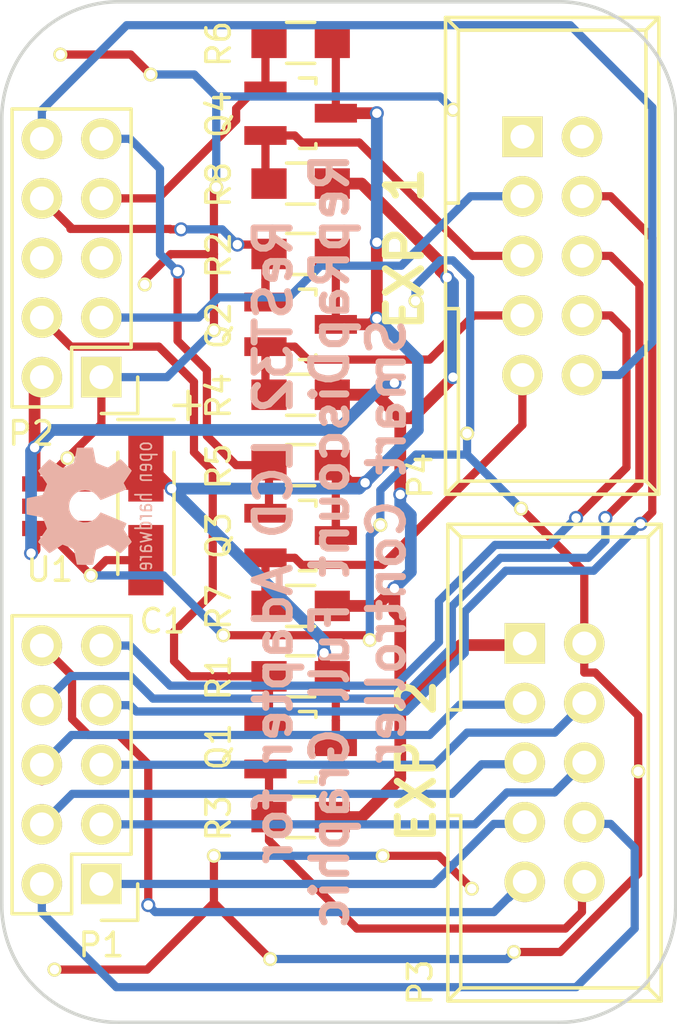
<source format=kicad_pcb>
(kicad_pcb (version 20171130) (host pcbnew "(5.1.12)-1")

  (general
    (thickness 1.6)
    (drawings 11)
    (tracks 368)
    (zones 0)
    (modules 40)
    (nets 24)
  )

  (page A4)
  (layers
    (0 F.Cu signal)
    (31 B.Cu signal)
    (32 B.Adhes user hide)
    (33 F.Adhes user hide)
    (34 B.Paste user hide)
    (35 F.Paste user hide)
    (36 B.SilkS user hide)
    (37 F.SilkS user hide)
    (38 B.Mask user hide)
    (39 F.Mask user hide)
    (40 Dwgs.User user hide)
    (41 Cmts.User user hide)
    (42 Eco1.User user hide)
    (43 Eco2.User user hide)
    (44 Edge.Cuts user)
    (45 Margin user hide)
    (46 B.CrtYd user hide)
    (47 F.CrtYd user hide)
    (48 B.Fab user hide)
    (49 F.Fab user hide)
  )

  (setup
    (last_trace_width 0.35)
    (user_trace_width 0.5)
    (trace_clearance 0.2)
    (zone_clearance 0.508)
    (zone_45_only no)
    (trace_min 0.2)
    (via_size 0.6)
    (via_drill 0.4)
    (via_min_size 0.4)
    (via_min_drill 0.3)
    (uvia_size 0.3)
    (uvia_drill 0.1)
    (uvias_allowed no)
    (uvia_min_size 0.2)
    (uvia_min_drill 0.1)
    (edge_width 0.15)
    (segment_width 0.2)
    (pcb_text_width 0.3)
    (pcb_text_size 1.5 1.5)
    (mod_edge_width 0.15)
    (mod_text_size 1 1)
    (mod_text_width 0.15)
    (pad_size 0.6 0.6)
    (pad_drill 0.4)
    (pad_to_mask_clearance 0.2)
    (aux_axis_origin 0 0)
    (visible_elements 7FFEFFFF)
    (pcbplotparams
      (layerselection 0x010f0_80000001)
      (usegerberextensions true)
      (usegerberattributes true)
      (usegerberadvancedattributes true)
      (creategerberjobfile true)
      (excludeedgelayer false)
      (linewidth 0.100000)
      (plotframeref false)
      (viasonmask false)
      (mode 1)
      (useauxorigin false)
      (hpglpennumber 1)
      (hpglpenspeed 20)
      (hpglpendiameter 15.000000)
      (psnegative false)
      (psa4output false)
      (plotreference true)
      (plotvalue false)
      (plotinvisibletext false)
      (padsonsilk false)
      (subtractmaskfromsilk false)
      (outputformat 1)
      (mirror false)
      (drillshape 0)
      (scaleselection 1)
      (outputdirectory "../Gerber/Rest-RRD-FGC-Adapter/"))
  )

  (net 0 "")
  (net 1 GND)
  (net 2 +3V3)
  (net 3 /DISPLAY_D6)
  (net 4 /DISPLAY_D7)
  (net 5 /DISPLAY_D4)
  (net 6 /DISPLAY_D5)
  (net 7 /DISPLAY_D2)
  (net 8 /DISPLAY_D3)
  (net 9 /DISPLAY_D0)
  (net 10 /DISPLAY_D1)
  (net 11 /DISPLAY_CD)
  (net 12 /DISPLAY_CS)
  (net 13 +5V)
  (net 14 /DISPLAY_RD)
  (net 15 /DISPLAY_WR)
  (net 16 /SPI_MOSI)
  (net 17 /SPI_CS1)
  (net 18 /SPI_SCK)
  (net 19 /MISO)
  (net 20 /BEEP)
  (net 21 /SCK)
  (net 22 /CS)
  (net 23 /MOSI)

  (net_class Default "Dies ist die voreingestellte Netzklasse."
    (clearance 0.2)
    (trace_width 0.35)
    (via_dia 0.6)
    (via_drill 0.4)
    (uvia_dia 0.3)
    (uvia_drill 0.1)
    (add_net +3V3)
    (add_net +5V)
    (add_net /BEEP)
    (add_net /CS)
    (add_net /DISPLAY_CD)
    (add_net /DISPLAY_CS)
    (add_net /DISPLAY_D0)
    (add_net /DISPLAY_D1)
    (add_net /DISPLAY_D2)
    (add_net /DISPLAY_D3)
    (add_net /DISPLAY_D4)
    (add_net /DISPLAY_D5)
    (add_net /DISPLAY_D6)
    (add_net /DISPLAY_D7)
    (add_net /DISPLAY_RD)
    (add_net /DISPLAY_WR)
    (add_net /MISO)
    (add_net /MOSI)
    (add_net /SCK)
    (add_net /SPI_CS1)
    (add_net /SPI_MOSI)
    (add_net /SPI_SCK)
    (add_net GND)
  )

  (module ReST-Library:1pin (layer F.Cu) (tedit 5797ABE2) (tstamp 5797AE64)
    (at 111.85 130.05)
    (descr "module 1 pin (ou trou mecanique de percage)")
    (tags DEV)
    (zone_connect 2)
    (fp_text reference REF**_21 (at 0 -0.9) (layer F.SilkS) hide
      (effects (font (size 1 1) (thickness 0.15)))
    )
    (fp_text value 1pin (at 0 1.2) (layer F.Fab)
      (effects (font (size 1 1) (thickness 0.15)))
    )
    (pad GND thru_hole circle (at 0 0) (size 0.6 0.6) (drill 0.4) (layers *.Cu *.Mask F.SilkS)
      (net 1 GND) (zone_connect 2))
  )

  (module ReST-Library:1pin (layer F.Cu) (tedit 5797ABE2) (tstamp 5797AE53)
    (at 114.9 125.9)
    (descr "module 1 pin (ou trou mecanique de percage)")
    (tags DEV)
    (zone_connect 2)
    (fp_text reference REF**_20 (at 0 -0.9) (layer F.SilkS) hide
      (effects (font (size 1 1) (thickness 0.15)))
    )
    (fp_text value 1pin (at 0 1.2) (layer F.Fab)
      (effects (font (size 1 1) (thickness 0.15)))
    )
    (pad GND thru_hole circle (at 0 0) (size 0.6 0.6) (drill 0.4) (layers *.Cu *.Mask F.SilkS)
      (net 1 GND) (zone_connect 2))
  )

  (module ReST-Library:1pin (layer F.Cu) (tedit 5797ABE2) (tstamp 5797ADE0)
    (at 123.4 130.75)
    (descr "module 1 pin (ou trou mecanique de percage)")
    (tags DEV)
    (zone_connect 2)
    (fp_text reference REF**_19 (at 0 -0.9) (layer F.SilkS) hide
      (effects (font (size 1 1) (thickness 0.15)))
    )
    (fp_text value 1pin (at 0 1) (layer F.Fab)
      (effects (font (size 1 1) (thickness 0.15)))
    )
    (pad GND thru_hole circle (at 0 0) (size 0.6 0.6) (drill 0.4) (layers *.Cu *.Mask F.SilkS)
      (net 1 GND) (zone_connect 2))
  )

  (module ReST-Library:1pin (layer F.Cu) (tedit 5797ABE2) (tstamp 5797ADD8)
    (at 121.45 145.2)
    (descr "module 1 pin (ou trou mecanique de percage)")
    (tags DEV)
    (zone_connect 2)
    (fp_text reference REF**_18 (at 0 -0.9) (layer F.SilkS) hide
      (effects (font (size 1 1) (thickness 0.15)))
    )
    (fp_text value 1pin (at 0 1) (layer F.Fab)
      (effects (font (size 1 1) (thickness 0.15)))
    )
    (pad GND thru_hole circle (at 0 0) (size 0.6 0.6) (drill 0.4) (layers *.Cu *.Mask F.SilkS)
      (net 1 GND) (zone_connect 2))
  )

  (module ReST-Library:1pin (layer F.Cu) (tedit 5797ABE2) (tstamp 5797AD71)
    (at 109.55 142.45)
    (descr "module 1 pin (ou trou mecanique de percage)")
    (tags DEV)
    (zone_connect 2)
    (fp_text reference REF**_17 (at 0 -0.9) (layer F.SilkS) hide
      (effects (font (size 1 1) (thickness 0.15)))
    )
    (fp_text value 1pin (at 0 1.2) (layer F.Fab)
      (effects (font (size 1 1) (thickness 0.15)))
    )
    (pad GND thru_hole circle (at 0 0) (size 0.6 0.6) (drill 0.4) (layers *.Cu *.Mask F.SilkS)
      (net 1 GND) (zone_connect 2))
  )

  (module ReST-Library:1pin (layer F.Cu) (tedit 5797ABE2) (tstamp 5797AD0B)
    (at 108.55 137.45)
    (descr "module 1 pin (ou trou mecanique de percage)")
    (tags DEV)
    (zone_connect 2)
    (fp_text reference REF**_16 (at 0 -0.9) (layer F.SilkS) hide
      (effects (font (size 1 1) (thickness 0.15)))
    )
    (fp_text value 1pin (at 0 1.2) (layer F.Fab)
      (effects (font (size 1 1) (thickness 0.15)))
    )
    (pad GND thru_hole circle (at 0 0) (size 0.6 0.6) (drill 0.4) (layers *.Cu *.Mask F.SilkS)
      (net 1 GND) (zone_connect 2))
  )

  (module ReST-Library:1pin (layer F.Cu) (tedit 5797ABE2) (tstamp 5797ACA4)
    (at 121.9 140.3)
    (descr "module 1 pin (ou trou mecanique de percage)")
    (tags DEV)
    (zone_connect 2)
    (fp_text reference REF**_15 (at 0 -0.9) (layer F.SilkS) hide
      (effects (font (size 1 1) (thickness 0.15)))
    )
    (fp_text value 1pin (at 0 1.2) (layer F.Fab)
      (effects (font (size 1 1) (thickness 0.15)))
    )
    (pad GND thru_hole circle (at 0 0) (size 0.6 0.6) (drill 0.4) (layers *.Cu *.Mask F.SilkS)
      (net 1 GND) (zone_connect 2))
  )

  (module ReST-Library:1pin (layer F.Cu) (tedit 5797ABE2) (tstamp 5797AC68)
    (at 115.2 145)
    (descr "module 1 pin (ou trou mecanique de percage)")
    (tags DEV)
    (zone_connect 2)
    (fp_text reference REF**_14 (at 0 -0.9) (layer F.SilkS) hide
      (effects (font (size 1 1) (thickness 0.15)))
    )
    (fp_text value 1pin (at 0 1) (layer F.Fab)
      (effects (font (size 1 1) (thickness 0.15)))
    )
    (pad GND thru_hole circle (at 0 0) (size 0.6 0.6) (drill 0.4) (layers *.Cu *.Mask F.SilkS)
      (net 1 GND) (zone_connect 2))
  )

  (module ReST-Library:1pin (layer F.Cu) (tedit 5797ABE2) (tstamp 5797AC57)
    (at 114.8 132)
    (descr "module 1 pin (ou trou mecanique de percage)")
    (tags DEV)
    (zone_connect 2)
    (fp_text reference REF**_13 (at 0 -0.9) (layer F.SilkS) hide
      (effects (font (size 1 1) (thickness 0.15)))
    )
    (fp_text value 1pin (at 0 1.2) (layer F.Fab)
      (effects (font (size 1 1) (thickness 0.15)))
    )
    (pad GND thru_hole circle (at 0 0) (size 0.6 0.6) (drill 0.4) (layers *.Cu *.Mask F.SilkS)
      (net 1 GND) (zone_connect 2))
  )

  (module ReST-Library:1pin (layer F.Cu) (tedit 5797ABE2) (tstamp 5797AC46)
    (at 108 159.25)
    (descr "module 1 pin (ou trou mecanique de percage)")
    (tags DEV)
    (zone_connect 2)
    (fp_text reference REF**_12 (at 0 -0.9) (layer F.SilkS) hide
      (effects (font (size 1 1) (thickness 0.15)))
    )
    (fp_text value 1pin (at 0 1.2) (layer F.Fab)
      (effects (font (size 1 1) (thickness 0.15)))
    )
    (pad GND thru_hole circle (at 0 0) (size 0.6 0.6) (drill 0.4) (layers *.Cu *.Mask F.SilkS)
      (net 1 GND) (zone_connect 2))
  )

  (module ReST-Library:1pin (layer F.Cu) (tedit 5797ABE2) (tstamp 5797AC42)
    (at 108.25 120.25)
    (descr "module 1 pin (ou trou mecanique de percage)")
    (tags DEV)
    (zone_connect 2)
    (fp_text reference REF**_11 (at 0 -0.9) (layer F.SilkS) hide
      (effects (font (size 1 1) (thickness 0.15)))
    )
    (fp_text value 1pin (at 0 1.2) (layer F.Fab)
      (effects (font (size 1 1) (thickness 0.15)))
    )
    (pad GND thru_hole circle (at 0 0) (size 0.6 0.6) (drill 0.4) (layers *.Cu *.Mask F.SilkS)
      (net 1 GND) (zone_connect 2))
  )

  (module ReST-Library:1pin (layer F.Cu) (tedit 5797ABE2) (tstamp 5797AC3A)
    (at 112.1 121.1)
    (descr "module 1 pin (ou trou mecanique de percage)")
    (tags DEV)
    (zone_connect 2)
    (fp_text reference REF**_10 (at 0 -0.9) (layer F.SilkS) hide
      (effects (font (size 1 1) (thickness 0.15)))
    )
    (fp_text value 1pin (at 0 1.2) (layer F.Fab)
      (effects (font (size 1 1) (thickness 0.15)))
    )
    (pad GND thru_hole circle (at 0 0) (size 0.6 0.6) (drill 0.4) (layers *.Cu *.Mask F.SilkS)
      (net 1 GND) (zone_connect 2))
  )

  (module ReST-Library:1pin (layer F.Cu) (tedit 5797ABE2) (tstamp 5797AC36)
    (at 125 122.6)
    (descr "module 1 pin (ou trou mecanique de percage)")
    (tags DEV)
    (zone_connect 2)
    (fp_text reference REF**_9 (at 0 -0.9) (layer F.SilkS) hide
      (effects (font (size 1 1) (thickness 0.15)))
    )
    (fp_text value 1pin (at 0 1.2) (layer F.Fab)
      (effects (font (size 1 1) (thickness 0.15)))
    )
    (pad GND thru_hole circle (at 0 0) (size 0.6 0.6) (drill 0.4) (layers *.Cu *.Mask F.SilkS)
      (net 1 GND) (zone_connect 2))
  )

  (module ReST-Library:1pin (layer F.Cu) (tedit 5797ABE2) (tstamp 5797AC2E)
    (at 125.6 136.4)
    (descr "module 1 pin (ou trou mecanique de percage)")
    (tags DEV)
    (zone_connect 2)
    (fp_text reference REF**_8 (at 0 -0.9) (layer F.SilkS) hide
      (effects (font (size 1 1) (thickness 0.15)))
    )
    (fp_text value 1pin (at 0 1.2) (layer F.Fab)
      (effects (font (size 1 1) (thickness 0.15)))
    )
    (pad GND thru_hole circle (at 0 0) (size 0.6 0.6) (drill 0.4) (layers *.Cu *.Mask F.SilkS)
      (net 1 GND) (zone_connect 2))
  )

  (module ReST-Library:1pin (layer F.Cu) (tedit 5797ABE2) (tstamp 5797AC2A)
    (at 127.9 139.6)
    (descr "module 1 pin (ou trou mecanique de percage)")
    (tags DEV)
    (zone_connect 2)
    (fp_text reference REF**_7 (at 0 -0.9) (layer F.SilkS) hide
      (effects (font (size 1 1) (thickness 0.15)))
    )
    (fp_text value 1pin (at 0 1.2) (layer F.Fab)
      (effects (font (size 1 1) (thickness 0.15)))
    )
    (pad GND thru_hole circle (at 0 0) (size 0.6 0.6) (drill 0.4) (layers *.Cu *.Mask F.SilkS)
      (net 1 GND) (zone_connect 2))
  )

  (module ReST-Library:1pin (layer F.Cu) (tedit 5797ABE2) (tstamp 5797AC26)
    (at 132.9 150.8)
    (descr "module 1 pin (ou trou mecanique de percage)")
    (tags DEV)
    (zone_connect 2)
    (fp_text reference REF**_6 (at 0 -0.9) (layer F.SilkS) hide
      (effects (font (size 1 1) (thickness 0.15)))
    )
    (fp_text value 1pin (at 0 1.2) (layer F.Fab)
      (effects (font (size 1 1) (thickness 0.15)))
    )
    (pad GND thru_hole circle (at 0 0) (size 0.6 0.6) (drill 0.4) (layers *.Cu *.Mask F.SilkS)
      (net 1 GND) (zone_connect 2))
  )

  (module ReST-Library:1pin (layer F.Cu) (tedit 5797ABE2) (tstamp 5797AC1E)
    (at 127.6 158.5)
    (descr "module 1 pin (ou trou mecanique de percage)")
    (tags DEV)
    (zone_connect 2)
    (fp_text reference REF**_5 (at 0 -0.9) (layer F.SilkS) hide
      (effects (font (size 1 1) (thickness 0.15)))
    )
    (fp_text value 1pin (at 0 1.2) (layer F.Fab)
      (effects (font (size 1 1) (thickness 0.15)))
    )
    (pad GND thru_hole circle (at 0 0) (size 0.6 0.6) (drill 0.4) (layers *.Cu *.Mask F.SilkS)
      (net 1 GND) (zone_connect 2))
  )

  (module ReST-Library:1pin (layer F.Cu) (tedit 5797ABE2) (tstamp 5797AC1A)
    (at 125.8 155.8)
    (descr "module 1 pin (ou trou mecanique de percage)")
    (tags DEV)
    (zone_connect 2)
    (fp_text reference REF**_4 (at 0 -0.9) (layer F.SilkS) hide
      (effects (font (size 1 1) (thickness 0.15)))
    )
    (fp_text value 1pin (at 0 1.2) (layer F.Fab)
      (effects (font (size 1 1) (thickness 0.15)))
    )
    (pad GND thru_hole circle (at 0 0) (size 0.6 0.6) (drill 0.4) (layers *.Cu *.Mask F.SilkS)
      (net 1 GND) (zone_connect 2))
  )

  (module ReST-Library:1pin (layer F.Cu) (tedit 5797ABE2) (tstamp 5797AC16)
    (at 122 154.4)
    (descr "module 1 pin (ou trou mecanique de percage)")
    (tags DEV)
    (zone_connect 2)
    (fp_text reference REF**_3 (at 0 -0.9) (layer F.SilkS) hide
      (effects (font (size 1 1) (thickness 0.15)))
    )
    (fp_text value 1pin (at 0 1.2) (layer F.Fab)
      (effects (font (size 1 1) (thickness 0.15)))
    )
    (pad GND thru_hole circle (at 0 0) (size 0.6 0.6) (drill 0.4) (layers *.Cu *.Mask F.SilkS)
      (net 1 GND) (zone_connect 2))
  )

  (module ReST-Library:1pin (layer F.Cu) (tedit 5797ABE2) (tstamp 5797AC12)
    (at 114.8 154.4)
    (descr "module 1 pin (ou trou mecanique de percage)")
    (tags DEV)
    (zone_connect 2)
    (fp_text reference REF**_2 (at 0 -0.9) (layer F.SilkS) hide
      (effects (font (size 1 1) (thickness 0.15)))
    )
    (fp_text value 1pin (at 0 1.2) (layer F.Fab)
      (effects (font (size 1 1) (thickness 0.15)))
    )
    (pad GND thru_hole circle (at 0 0) (size 0.6 0.6) (drill 0.4) (layers *.Cu *.Mask F.SilkS)
      (net 1 GND) (zone_connect 2))
  )

  (module Connect:IDC_Header_Straight_10pins (layer F.Cu) (tedit 0) (tstamp 57979FD6)
    (at 127.96 123.75 270)
    (descr "10 pins through hole IDC header")
    (tags "IDC header socket VASCH")
    (path /57978C30)
    (fp_text reference P4 (at 14.45 4.36 270) (layer F.SilkS)
      (effects (font (size 1 1) (thickness 0.15)))
    )
    (fp_text value CONN_02X05 (at 5.08 5.223 270) (layer F.Fab)
      (effects (font (size 1 1) (thickness 0.15)))
    )
    (fp_line (start -5.35 3.55) (end -5.35 -6.05) (layer F.CrtYd) (width 0.05))
    (fp_line (start 15.5 3.55) (end -5.35 3.55) (layer F.CrtYd) (width 0.05))
    (fp_line (start 15.5 -6.05) (end 15.5 3.55) (layer F.CrtYd) (width 0.05))
    (fp_line (start -5.35 -6.05) (end 15.5 -6.05) (layer F.CrtYd) (width 0.05))
    (fp_line (start 15.24 3.28) (end 14.68 2.73) (layer F.SilkS) (width 0.15))
    (fp_line (start -5.08 3.28) (end -4.54 2.73) (layer F.SilkS) (width 0.15))
    (fp_line (start 15.24 -5.82) (end 14.68 -5.27) (layer F.SilkS) (width 0.15))
    (fp_line (start -5.08 -5.82) (end -4.54 -5.27) (layer F.SilkS) (width 0.15))
    (fp_line (start 14.68 -5.27) (end 14.68 2.73) (layer F.SilkS) (width 0.15))
    (fp_line (start 15.24 -5.82) (end 15.24 3.28) (layer F.SilkS) (width 0.15))
    (fp_line (start -4.54 -5.27) (end -4.54 2.73) (layer F.SilkS) (width 0.15))
    (fp_line (start -5.08 -5.82) (end -5.08 3.28) (layer F.SilkS) (width 0.15))
    (fp_line (start 7.33 2.73) (end 7.33 3.28) (layer F.SilkS) (width 0.15))
    (fp_line (start 2.83 2.73) (end 2.83 3.28) (layer F.SilkS) (width 0.15))
    (fp_line (start 7.33 2.73) (end 14.68 2.73) (layer F.SilkS) (width 0.15))
    (fp_line (start -4.54 2.73) (end 2.83 2.73) (layer F.SilkS) (width 0.15))
    (fp_line (start -5.08 3.28) (end 15.24 3.28) (layer F.SilkS) (width 0.15))
    (fp_line (start -4.54 -5.27) (end 14.68 -5.27) (layer F.SilkS) (width 0.15))
    (fp_line (start -5.08 -5.82) (end 15.24 -5.82) (layer F.SilkS) (width 0.15))
    (pad 1 thru_hole rect (at 0 0 270) (size 1.7272 1.7272) (drill 1.016) (layers *.Cu *.Mask F.SilkS))
    (pad 2 thru_hole oval (at 0 -2.54 270) (size 1.7272 1.7272) (drill 1.016) (layers *.Cu *.Mask F.SilkS))
    (pad 3 thru_hole oval (at 2.54 0 270) (size 1.7272 1.7272) (drill 1.016) (layers *.Cu *.Mask F.SilkS)
      (net 14 /DISPLAY_RD))
    (pad 4 thru_hole oval (at 2.54 -2.54 270) (size 1.7272 1.7272) (drill 1.016) (layers *.Cu *.Mask F.SilkS)
      (net 6 /DISPLAY_D5))
    (pad 5 thru_hole oval (at 5.08 0 270) (size 1.7272 1.7272) (drill 1.016) (layers *.Cu *.Mask F.SilkS)
      (net 23 /MOSI))
    (pad 6 thru_hole oval (at 5.08 -2.54 270) (size 1.7272 1.7272) (drill 1.016) (layers *.Cu *.Mask F.SilkS)
      (net 5 /DISPLAY_D4))
    (pad 7 thru_hole oval (at 7.62 0 270) (size 1.7272 1.7272) (drill 1.016) (layers *.Cu *.Mask F.SilkS)
      (net 22 /CS))
    (pad 8 thru_hole oval (at 7.62 -2.54 270) (size 1.7272 1.7272) (drill 1.016) (layers *.Cu *.Mask F.SilkS)
      (net 4 /DISPLAY_D7))
    (pad 9 thru_hole oval (at 10.16 0 270) (size 1.7272 1.7272) (drill 1.016) (layers *.Cu *.Mask F.SilkS)
      (net 21 /SCK))
    (pad 10 thru_hole oval (at 10.16 -2.54 270) (size 1.7272 1.7272) (drill 1.016) (layers *.Cu *.Mask F.SilkS)
      (net 19 /MISO))
  )

  (module Capacitors_Tantalum_SMD:TantalC_SizeA_EIA-3216_HandSoldering (layer F.Cu) (tedit 0) (tstamp 57979F52)
    (at 111.9 139.801 270)
    (descr "Tantal Cap. , Size A, EIA-3216, Hand Soldering,")
    (tags "Tantal Cap. , Size A, EIA-3216, Hand Soldering,")
    (path /57979C70)
    (attr smd)
    (fp_text reference C1 (at 4.59898 -0.7) (layer F.SilkS)
      (effects (font (size 1 1) (thickness 0.15)))
    )
    (fp_text value 2.2uF (at -0.09906 3.0988 270) (layer F.Fab)
      (effects (font (size 1 1) (thickness 0.15)))
    )
    (fp_line (start -3.99542 -1.19888) (end -3.99542 1.19888) (layer F.SilkS) (width 0.15))
    (fp_line (start -5.19938 -1.79832) (end -4.0005 -1.79832) (layer F.SilkS) (width 0.15))
    (fp_line (start -4.59994 -2.2987) (end -4.59994 -1.19888) (layer F.SilkS) (width 0.15))
    (fp_line (start 2.60096 -1.19888) (end -2.60096 -1.19888) (layer F.SilkS) (width 0.15))
    (fp_line (start -2.60096 1.19888) (end 2.60096 1.19888) (layer F.SilkS) (width 0.15))
    (fp_text user + (at -4.59994 -1.80086 270) (layer F.SilkS)
      (effects (font (size 1 1) (thickness 0.15)))
    )
    (pad 2 smd rect (at 1.99898 0 270) (size 2.99974 1.50114) (layers F.Cu F.Paste F.Mask)
      (net 1 GND))
    (pad 1 smd rect (at -1.99898 0 270) (size 2.99974 1.50114) (layers F.Cu F.Paste F.Mask)
      (net 2 +3V3))
    (model Capacitors_Tantalum_SMD.3dshapes/TantalC_SizeA_EIA-3216_HandSoldering.wrl
      (at (xyz 0 0 0))
      (scale (xyz 1 1 1))
      (rotate (xyz 0 0 180))
    )
  )

  (module Connect:IDC_Header_Straight_10pins (layer F.Cu) (tedit 0) (tstamp 57979FB5)
    (at 128.06 145.35 270)
    (descr "10 pins through hole IDC header")
    (tags "IDC header socket VASCH")
    (path /57978C01)
    (fp_text reference P3 (at 14.45 4.46 270) (layer F.SilkS)
      (effects (font (size 1 1) (thickness 0.15)))
    )
    (fp_text value CONN_02X05 (at 5.08 5.223 270) (layer F.Fab)
      (effects (font (size 1 1) (thickness 0.15)))
    )
    (fp_line (start -5.35 3.55) (end -5.35 -6.05) (layer F.CrtYd) (width 0.05))
    (fp_line (start 15.5 3.55) (end -5.35 3.55) (layer F.CrtYd) (width 0.05))
    (fp_line (start 15.5 -6.05) (end 15.5 3.55) (layer F.CrtYd) (width 0.05))
    (fp_line (start -5.35 -6.05) (end 15.5 -6.05) (layer F.CrtYd) (width 0.05))
    (fp_line (start 15.24 3.28) (end 14.68 2.73) (layer F.SilkS) (width 0.15))
    (fp_line (start -5.08 3.28) (end -4.54 2.73) (layer F.SilkS) (width 0.15))
    (fp_line (start 15.24 -5.82) (end 14.68 -5.27) (layer F.SilkS) (width 0.15))
    (fp_line (start -5.08 -5.82) (end -4.54 -5.27) (layer F.SilkS) (width 0.15))
    (fp_line (start 14.68 -5.27) (end 14.68 2.73) (layer F.SilkS) (width 0.15))
    (fp_line (start 15.24 -5.82) (end 15.24 3.28) (layer F.SilkS) (width 0.15))
    (fp_line (start -4.54 -5.27) (end -4.54 2.73) (layer F.SilkS) (width 0.15))
    (fp_line (start -5.08 -5.82) (end -5.08 3.28) (layer F.SilkS) (width 0.15))
    (fp_line (start 7.33 2.73) (end 7.33 3.28) (layer F.SilkS) (width 0.15))
    (fp_line (start 2.83 2.73) (end 2.83 3.28) (layer F.SilkS) (width 0.15))
    (fp_line (start 7.33 2.73) (end 14.68 2.73) (layer F.SilkS) (width 0.15))
    (fp_line (start -4.54 2.73) (end 2.83 2.73) (layer F.SilkS) (width 0.15))
    (fp_line (start -5.08 3.28) (end 15.24 3.28) (layer F.SilkS) (width 0.15))
    (fp_line (start -4.54 -5.27) (end 14.68 -5.27) (layer F.SilkS) (width 0.15))
    (fp_line (start -5.08 -5.82) (end 15.24 -5.82) (layer F.SilkS) (width 0.15))
    (pad 1 thru_hole rect (at 0 0 270) (size 1.7272 1.7272) (drill 1.016) (layers *.Cu *.Mask F.SilkS)
      (net 13 +5V))
    (pad 2 thru_hole oval (at 0 -2.54 270) (size 1.7272 1.7272) (drill 1.016) (layers *.Cu *.Mask F.SilkS)
      (net 1 GND))
    (pad 3 thru_hole oval (at 2.54 0 270) (size 1.7272 1.7272) (drill 1.016) (layers *.Cu *.Mask F.SilkS)
      (net 7 /DISPLAY_D2))
    (pad 4 thru_hole oval (at 2.54 -2.54 270) (size 1.7272 1.7272) (drill 1.016) (layers *.Cu *.Mask F.SilkS)
      (net 8 /DISPLAY_D3))
    (pad 5 thru_hole oval (at 5.08 0 270) (size 1.7272 1.7272) (drill 1.016) (layers *.Cu *.Mask F.SilkS)
      (net 9 /DISPLAY_D0))
    (pad 6 thru_hole oval (at 5.08 -2.54 270) (size 1.7272 1.7272) (drill 1.016) (layers *.Cu *.Mask F.SilkS)
      (net 10 /DISPLAY_D1))
    (pad 7 thru_hole oval (at 7.62 0 270) (size 1.7272 1.7272) (drill 1.016) (layers *.Cu *.Mask F.SilkS)
      (net 12 /DISPLAY_CS))
    (pad 8 thru_hole oval (at 7.62 -2.54 270) (size 1.7272 1.7272) (drill 1.016) (layers *.Cu *.Mask F.SilkS)
      (net 11 /DISPLAY_CD))
    (pad 9 thru_hole oval (at 10.16 0 270) (size 1.7272 1.7272) (drill 1.016) (layers *.Cu *.Mask F.SilkS)
      (net 3 /DISPLAY_D6))
    (pad 10 thru_hole oval (at 10.16 -2.54 270) (size 1.7272 1.7272) (drill 1.016) (layers *.Cu *.Mask F.SilkS)
      (net 20 /BEEP))
  )

  (module TO_SOT_Packages_SMD:SOT-23_Handsoldering (layer F.Cu) (tedit 54E9291B) (tstamp 57979FE1)
    (at 118.5 149.75 270)
    (descr "SOT-23, Handsoldering")
    (tags SOT-23)
    (path /5797CB30)
    (attr smd)
    (fp_text reference Q1 (at 0 3.5 270) (layer F.SilkS)
      (effects (font (size 1 1) (thickness 0.15)))
    )
    (fp_text value BSS138 (at 0 3.81 270) (layer F.Fab)
      (effects (font (size 1 1) (thickness 0.15)))
    )
    (fp_line (start 1.49982 -0.65024) (end 1.49982 0.0508) (layer F.SilkS) (width 0.15))
    (fp_line (start 1.29916 -0.65024) (end 1.49982 -0.65024) (layer F.SilkS) (width 0.15))
    (fp_line (start -1.49982 -0.65024) (end -1.2509 -0.65024) (layer F.SilkS) (width 0.15))
    (fp_line (start -1.49982 0.0508) (end -1.49982 -0.65024) (layer F.SilkS) (width 0.15))
    (pad 1 smd rect (at -0.95 1.50114 270) (size 0.8001 1.80086) (layers F.Cu F.Paste F.Mask)
      (net 15 /DISPLAY_WR))
    (pad 2 smd rect (at 0.95 1.50114 270) (size 0.8001 1.80086) (layers F.Cu F.Paste F.Mask)
      (net 20 /BEEP))
    (pad 3 smd rect (at 0 -1.50114 270) (size 0.8001 1.80086) (layers F.Cu F.Paste F.Mask)
      (net 2 +3V3))
    (model TO_SOT_Packages_SMD.3dshapes/SOT-23_Handsoldering.wrl
      (at (xyz 0 0 0))
      (scale (xyz 1 1 1))
      (rotate (xyz 0 0 0))
    )
  )

  (module TO_SOT_Packages_SMD:SOT-23_Handsoldering (layer F.Cu) (tedit 54E9291B) (tstamp 57979FEC)
    (at 118.5 131.75 270)
    (descr "SOT-23, Handsoldering")
    (tags SOT-23)
    (path /5797BCA1)
    (attr smd)
    (fp_text reference Q2 (at 0.05 3.5 270) (layer F.SilkS)
      (effects (font (size 1 1) (thickness 0.15)))
    )
    (fp_text value BSS138 (at 0 3.81 270) (layer F.Fab)
      (effects (font (size 1 1) (thickness 0.15)))
    )
    (fp_line (start 1.49982 -0.65024) (end 1.49982 0.0508) (layer F.SilkS) (width 0.15))
    (fp_line (start 1.29916 -0.65024) (end 1.49982 -0.65024) (layer F.SilkS) (width 0.15))
    (fp_line (start -1.49982 -0.65024) (end -1.2509 -0.65024) (layer F.SilkS) (width 0.15))
    (fp_line (start -1.49982 0.0508) (end -1.49982 -0.65024) (layer F.SilkS) (width 0.15))
    (pad 1 smd rect (at -0.95 1.50114 270) (size 0.8001 1.80086) (layers F.Cu F.Paste F.Mask)
      (net 17 /SPI_CS1))
    (pad 2 smd rect (at 0.95 1.50114 270) (size 0.8001 1.80086) (layers F.Cu F.Paste F.Mask)
      (net 22 /CS))
    (pad 3 smd rect (at 0 -1.50114 270) (size 0.8001 1.80086) (layers F.Cu F.Paste F.Mask)
      (net 2 +3V3))
    (model TO_SOT_Packages_SMD.3dshapes/SOT-23_Handsoldering.wrl
      (at (xyz 0 0 0))
      (scale (xyz 1 1 1))
      (rotate (xyz 0 0 0))
    )
  )

  (module TO_SOT_Packages_SMD:SOT-23_Handsoldering (layer F.Cu) (tedit 54E9291B) (tstamp 57979FF7)
    (at 118.5 140.75 270)
    (descr "SOT-23, Handsoldering")
    (tags SOT-23)
    (path /5797A41B)
    (attr smd)
    (fp_text reference Q3 (at 0 3.5 270) (layer F.SilkS)
      (effects (font (size 1 1) (thickness 0.15)))
    )
    (fp_text value BSS138 (at 0 3.81 270) (layer F.Fab)
      (effects (font (size 1 1) (thickness 0.15)))
    )
    (fp_line (start 1.49982 -0.65024) (end 1.49982 0.0508) (layer F.SilkS) (width 0.15))
    (fp_line (start 1.29916 -0.65024) (end 1.49982 -0.65024) (layer F.SilkS) (width 0.15))
    (fp_line (start -1.49982 -0.65024) (end -1.2509 -0.65024) (layer F.SilkS) (width 0.15))
    (fp_line (start -1.49982 0.0508) (end -1.49982 -0.65024) (layer F.SilkS) (width 0.15))
    (pad 1 smd rect (at -0.95 1.50114 270) (size 0.8001 1.80086) (layers F.Cu F.Paste F.Mask)
      (net 18 /SPI_SCK))
    (pad 2 smd rect (at 0.95 1.50114 270) (size 0.8001 1.80086) (layers F.Cu F.Paste F.Mask)
      (net 21 /SCK))
    (pad 3 smd rect (at 0 -1.50114 270) (size 0.8001 1.80086) (layers F.Cu F.Paste F.Mask)
      (net 2 +3V3))
    (model TO_SOT_Packages_SMD.3dshapes/SOT-23_Handsoldering.wrl
      (at (xyz 0 0 0))
      (scale (xyz 1 1 1))
      (rotate (xyz 0 0 0))
    )
  )

  (module TO_SOT_Packages_SMD:SOT-23_Handsoldering (layer F.Cu) (tedit 54E9291B) (tstamp 5797A002)
    (at 118.5 122.75 270)
    (descr "SOT-23, Handsoldering")
    (tags SOT-23)
    (path /5797B737)
    (attr smd)
    (fp_text reference Q4 (at 0.05 3.5 270) (layer F.SilkS)
      (effects (font (size 1 1) (thickness 0.15)))
    )
    (fp_text value BSS138 (at 0 3.81 270) (layer F.Fab)
      (effects (font (size 1 1) (thickness 0.15)))
    )
    (fp_line (start 1.49982 -0.65024) (end 1.49982 0.0508) (layer F.SilkS) (width 0.15))
    (fp_line (start 1.29916 -0.65024) (end 1.49982 -0.65024) (layer F.SilkS) (width 0.15))
    (fp_line (start -1.49982 -0.65024) (end -1.2509 -0.65024) (layer F.SilkS) (width 0.15))
    (fp_line (start -1.49982 0.0508) (end -1.49982 -0.65024) (layer F.SilkS) (width 0.15))
    (pad 1 smd rect (at -0.95 1.50114 270) (size 0.8001 1.80086) (layers F.Cu F.Paste F.Mask)
      (net 16 /SPI_MOSI))
    (pad 2 smd rect (at 0.95 1.50114 270) (size 0.8001 1.80086) (layers F.Cu F.Paste F.Mask)
      (net 23 /MOSI))
    (pad 3 smd rect (at 0 -1.50114 270) (size 0.8001 1.80086) (layers F.Cu F.Paste F.Mask)
      (net 2 +3V3))
    (model TO_SOT_Packages_SMD.3dshapes/SOT-23_Handsoldering.wrl
      (at (xyz 0 0 0))
      (scale (xyz 1 1 1))
      (rotate (xyz 0 0 0))
    )
  )

  (module Resistors_SMD:R_0805_HandSoldering (layer F.Cu) (tedit 54189DEE) (tstamp 5797A00E)
    (at 118.5 146.75 180)
    (descr "Resistor SMD 0805, hand soldering")
    (tags "resistor 0805")
    (path /5797CB36)
    (attr smd)
    (fp_text reference R1 (at 3.5 -0.05 270) (layer F.SilkS)
      (effects (font (size 1 1) (thickness 0.15)))
    )
    (fp_text value 10K (at 0 2.1 180) (layer F.Fab)
      (effects (font (size 1 1) (thickness 0.15)))
    )
    (fp_line (start -0.6 -0.875) (end 0.6 -0.875) (layer F.SilkS) (width 0.15))
    (fp_line (start 0.6 0.875) (end -0.6 0.875) (layer F.SilkS) (width 0.15))
    (fp_line (start 2.4 -1) (end 2.4 1) (layer F.CrtYd) (width 0.05))
    (fp_line (start -2.4 -1) (end -2.4 1) (layer F.CrtYd) (width 0.05))
    (fp_line (start -2.4 1) (end 2.4 1) (layer F.CrtYd) (width 0.05))
    (fp_line (start -2.4 -1) (end 2.4 -1) (layer F.CrtYd) (width 0.05))
    (pad 1 smd rect (at -1.35 0 180) (size 1.5 1.3) (layers F.Cu F.Paste F.Mask)
      (net 2 +3V3))
    (pad 2 smd rect (at 1.35 0 180) (size 1.5 1.3) (layers F.Cu F.Paste F.Mask)
      (net 15 /DISPLAY_WR))
    (model Resistors_SMD.3dshapes/R_0805_HandSoldering.wrl
      (at (xyz 0 0 0))
      (scale (xyz 1 1 1))
      (rotate (xyz 0 0 0))
    )
  )

  (module Resistors_SMD:R_0805_HandSoldering (layer F.Cu) (tedit 54189DEE) (tstamp 5797A01A)
    (at 118.5 128.75 180)
    (descr "Resistor SMD 0805, hand soldering")
    (tags "resistor 0805")
    (path /5797BCA7)
    (attr smd)
    (fp_text reference R2 (at 3.5 -0.05 270) (layer F.SilkS)
      (effects (font (size 1 1) (thickness 0.15)))
    )
    (fp_text value 10K (at 0 2.1 180) (layer F.Fab)
      (effects (font (size 1 1) (thickness 0.15)))
    )
    (fp_line (start -0.6 -0.875) (end 0.6 -0.875) (layer F.SilkS) (width 0.15))
    (fp_line (start 0.6 0.875) (end -0.6 0.875) (layer F.SilkS) (width 0.15))
    (fp_line (start 2.4 -1) (end 2.4 1) (layer F.CrtYd) (width 0.05))
    (fp_line (start -2.4 -1) (end -2.4 1) (layer F.CrtYd) (width 0.05))
    (fp_line (start -2.4 1) (end 2.4 1) (layer F.CrtYd) (width 0.05))
    (fp_line (start -2.4 -1) (end 2.4 -1) (layer F.CrtYd) (width 0.05))
    (pad 1 smd rect (at -1.35 0 180) (size 1.5 1.3) (layers F.Cu F.Paste F.Mask)
      (net 2 +3V3))
    (pad 2 smd rect (at 1.35 0 180) (size 1.5 1.3) (layers F.Cu F.Paste F.Mask)
      (net 17 /SPI_CS1))
    (model Resistors_SMD.3dshapes/R_0805_HandSoldering.wrl
      (at (xyz 0 0 0))
      (scale (xyz 1 1 1))
      (rotate (xyz 0 0 0))
    )
  )

  (module Resistors_SMD:R_0805_HandSoldering (layer F.Cu) (tedit 54189DEE) (tstamp 5797A026)
    (at 118.5 152.75 180)
    (descr "Resistor SMD 0805, hand soldering")
    (tags "resistor 0805")
    (path /5797CB3C)
    (attr smd)
    (fp_text reference R3 (at 3.5 -0.05 270) (layer F.SilkS)
      (effects (font (size 1 1) (thickness 0.15)))
    )
    (fp_text value 10K (at 0 2.1 180) (layer F.Fab)
      (effects (font (size 1 1) (thickness 0.15)))
    )
    (fp_line (start -0.6 -0.875) (end 0.6 -0.875) (layer F.SilkS) (width 0.15))
    (fp_line (start 0.6 0.875) (end -0.6 0.875) (layer F.SilkS) (width 0.15))
    (fp_line (start 2.4 -1) (end 2.4 1) (layer F.CrtYd) (width 0.05))
    (fp_line (start -2.4 -1) (end -2.4 1) (layer F.CrtYd) (width 0.05))
    (fp_line (start -2.4 1) (end 2.4 1) (layer F.CrtYd) (width 0.05))
    (fp_line (start -2.4 -1) (end 2.4 -1) (layer F.CrtYd) (width 0.05))
    (pad 1 smd rect (at -1.35 0 180) (size 1.5 1.3) (layers F.Cu F.Paste F.Mask)
      (net 13 +5V))
    (pad 2 smd rect (at 1.35 0 180) (size 1.5 1.3) (layers F.Cu F.Paste F.Mask)
      (net 20 /BEEP))
    (model Resistors_SMD.3dshapes/R_0805_HandSoldering.wrl
      (at (xyz 0 0 0))
      (scale (xyz 1 1 1))
      (rotate (xyz 0 0 0))
    )
  )

  (module Resistors_SMD:R_0805_HandSoldering (layer F.Cu) (tedit 54189DEE) (tstamp 5797A032)
    (at 118.5 134.75 180)
    (descr "Resistor SMD 0805, hand soldering")
    (tags "resistor 0805")
    (path /5797BCAD)
    (attr smd)
    (fp_text reference R4 (at 3.5 -0.05 270) (layer F.SilkS)
      (effects (font (size 1 1) (thickness 0.15)))
    )
    (fp_text value 10K (at 0 2.1 180) (layer F.Fab)
      (effects (font (size 1 1) (thickness 0.15)))
    )
    (fp_line (start -0.6 -0.875) (end 0.6 -0.875) (layer F.SilkS) (width 0.15))
    (fp_line (start 0.6 0.875) (end -0.6 0.875) (layer F.SilkS) (width 0.15))
    (fp_line (start 2.4 -1) (end 2.4 1) (layer F.CrtYd) (width 0.05))
    (fp_line (start -2.4 -1) (end -2.4 1) (layer F.CrtYd) (width 0.05))
    (fp_line (start -2.4 1) (end 2.4 1) (layer F.CrtYd) (width 0.05))
    (fp_line (start -2.4 -1) (end 2.4 -1) (layer F.CrtYd) (width 0.05))
    (pad 1 smd rect (at -1.35 0 180) (size 1.5 1.3) (layers F.Cu F.Paste F.Mask)
      (net 13 +5V))
    (pad 2 smd rect (at 1.35 0 180) (size 1.5 1.3) (layers F.Cu F.Paste F.Mask)
      (net 22 /CS))
    (model Resistors_SMD.3dshapes/R_0805_HandSoldering.wrl
      (at (xyz 0 0 0))
      (scale (xyz 1 1 1))
      (rotate (xyz 0 0 0))
    )
  )

  (module Resistors_SMD:R_0805_HandSoldering (layer F.Cu) (tedit 54189DEE) (tstamp 5797A03E)
    (at 118.5 137.75 180)
    (descr "Resistor SMD 0805, hand soldering")
    (tags "resistor 0805")
    (path /5797A52B)
    (attr smd)
    (fp_text reference R5 (at 3.5 -0.05 270) (layer F.SilkS)
      (effects (font (size 1 1) (thickness 0.15)))
    )
    (fp_text value 10K (at 0 2.1 180) (layer F.Fab)
      (effects (font (size 1 1) (thickness 0.15)))
    )
    (fp_line (start -0.6 -0.875) (end 0.6 -0.875) (layer F.SilkS) (width 0.15))
    (fp_line (start 0.6 0.875) (end -0.6 0.875) (layer F.SilkS) (width 0.15))
    (fp_line (start 2.4 -1) (end 2.4 1) (layer F.CrtYd) (width 0.05))
    (fp_line (start -2.4 -1) (end -2.4 1) (layer F.CrtYd) (width 0.05))
    (fp_line (start -2.4 1) (end 2.4 1) (layer F.CrtYd) (width 0.05))
    (fp_line (start -2.4 -1) (end 2.4 -1) (layer F.CrtYd) (width 0.05))
    (pad 1 smd rect (at -1.35 0 180) (size 1.5 1.3) (layers F.Cu F.Paste F.Mask)
      (net 2 +3V3))
    (pad 2 smd rect (at 1.35 0 180) (size 1.5 1.3) (layers F.Cu F.Paste F.Mask)
      (net 18 /SPI_SCK))
    (model Resistors_SMD.3dshapes/R_0805_HandSoldering.wrl
      (at (xyz 0 0 0))
      (scale (xyz 1 1 1))
      (rotate (xyz 0 0 0))
    )
  )

  (module Resistors_SMD:R_0805_HandSoldering (layer F.Cu) (tedit 54189DEE) (tstamp 5797A04A)
    (at 118.5 119.75 180)
    (descr "Resistor SMD 0805, hand soldering")
    (tags "resistor 0805")
    (path /5797B73D)
    (attr smd)
    (fp_text reference R6 (at 3.5 -0.05 270) (layer F.SilkS)
      (effects (font (size 1 1) (thickness 0.15)))
    )
    (fp_text value 10K (at 0 2.1 180) (layer F.Fab)
      (effects (font (size 1 1) (thickness 0.15)))
    )
    (fp_line (start -0.6 -0.875) (end 0.6 -0.875) (layer F.SilkS) (width 0.15))
    (fp_line (start 0.6 0.875) (end -0.6 0.875) (layer F.SilkS) (width 0.15))
    (fp_line (start 2.4 -1) (end 2.4 1) (layer F.CrtYd) (width 0.05))
    (fp_line (start -2.4 -1) (end -2.4 1) (layer F.CrtYd) (width 0.05))
    (fp_line (start -2.4 1) (end 2.4 1) (layer F.CrtYd) (width 0.05))
    (fp_line (start -2.4 -1) (end 2.4 -1) (layer F.CrtYd) (width 0.05))
    (pad 1 smd rect (at -1.35 0 180) (size 1.5 1.3) (layers F.Cu F.Paste F.Mask)
      (net 2 +3V3))
    (pad 2 smd rect (at 1.35 0 180) (size 1.5 1.3) (layers F.Cu F.Paste F.Mask)
      (net 16 /SPI_MOSI))
    (model Resistors_SMD.3dshapes/R_0805_HandSoldering.wrl
      (at (xyz 0 0 0))
      (scale (xyz 1 1 1))
      (rotate (xyz 0 0 0))
    )
  )

  (module Resistors_SMD:R_0805_HandSoldering (layer F.Cu) (tedit 54189DEE) (tstamp 5797A056)
    (at 118.5 143.75 180)
    (descr "Resistor SMD 0805, hand soldering")
    (tags "resistor 0805")
    (path /5797A902)
    (attr smd)
    (fp_text reference R7 (at 3.5 -0.05 270) (layer F.SilkS)
      (effects (font (size 1 1) (thickness 0.15)))
    )
    (fp_text value 10K (at 0 2.1 180) (layer F.Fab)
      (effects (font (size 1 1) (thickness 0.15)))
    )
    (fp_line (start -0.6 -0.875) (end 0.6 -0.875) (layer F.SilkS) (width 0.15))
    (fp_line (start 0.6 0.875) (end -0.6 0.875) (layer F.SilkS) (width 0.15))
    (fp_line (start 2.4 -1) (end 2.4 1) (layer F.CrtYd) (width 0.05))
    (fp_line (start -2.4 -1) (end -2.4 1) (layer F.CrtYd) (width 0.05))
    (fp_line (start -2.4 1) (end 2.4 1) (layer F.CrtYd) (width 0.05))
    (fp_line (start -2.4 -1) (end 2.4 -1) (layer F.CrtYd) (width 0.05))
    (pad 1 smd rect (at -1.35 0 180) (size 1.5 1.3) (layers F.Cu F.Paste F.Mask)
      (net 13 +5V))
    (pad 2 smd rect (at 1.35 0 180) (size 1.5 1.3) (layers F.Cu F.Paste F.Mask)
      (net 21 /SCK))
    (model Resistors_SMD.3dshapes/R_0805_HandSoldering.wrl
      (at (xyz 0 0 0))
      (scale (xyz 1 1 1))
      (rotate (xyz 0 0 0))
    )
  )

  (module Resistors_SMD:R_0805_HandSoldering (layer F.Cu) (tedit 54189DEE) (tstamp 5797A062)
    (at 118.5 125.75 180)
    (descr "Resistor SMD 0805, hand soldering")
    (tags "resistor 0805")
    (path /5797B743)
    (attr smd)
    (fp_text reference R8 (at 3.5 -0.05 270) (layer F.SilkS)
      (effects (font (size 1 1) (thickness 0.15)))
    )
    (fp_text value 10K (at 0 2.1 180) (layer F.Fab)
      (effects (font (size 1 1) (thickness 0.15)))
    )
    (fp_line (start -0.6 -0.875) (end 0.6 -0.875) (layer F.SilkS) (width 0.15))
    (fp_line (start 0.6 0.875) (end -0.6 0.875) (layer F.SilkS) (width 0.15))
    (fp_line (start 2.4 -1) (end 2.4 1) (layer F.CrtYd) (width 0.05))
    (fp_line (start -2.4 -1) (end -2.4 1) (layer F.CrtYd) (width 0.05))
    (fp_line (start -2.4 1) (end 2.4 1) (layer F.CrtYd) (width 0.05))
    (fp_line (start -2.4 -1) (end 2.4 -1) (layer F.CrtYd) (width 0.05))
    (pad 1 smd rect (at -1.35 0 180) (size 1.5 1.3) (layers F.Cu F.Paste F.Mask)
      (net 13 +5V))
    (pad 2 smd rect (at 1.35 0 180) (size 1.5 1.3) (layers F.Cu F.Paste F.Mask)
      (net 23 /MOSI))
    (model Resistors_SMD.3dshapes/R_0805_HandSoldering.wrl
      (at (xyz 0 0 0))
      (scale (xyz 1 1 1))
      (rotate (xyz 0 0 0))
    )
  )

  (module TO_SOT_Packages_SMD:SOT-23-5 (layer F.Cu) (tedit 55360473) (tstamp 5797A074)
    (at 108.25 139.5)
    (descr "5-pin SOT23 package")
    (tags SOT-23-5)
    (path /57979C04)
    (attr smd)
    (fp_text reference U1 (at -0.45 2.7) (layer F.SilkS)
      (effects (font (size 1 1) (thickness 0.15)))
    )
    (fp_text value MIC5205 (at -0.05 2.35) (layer F.Fab)
      (effects (font (size 1 1) (thickness 0.15)))
    )
    (fp_circle (center -0.3 -1.7) (end -0.2 -1.7) (layer F.SilkS) (width 0.15))
    (fp_line (start -0.25 -1.45) (end -0.25 1.45) (layer F.SilkS) (width 0.15))
    (fp_line (start -0.25 1.45) (end 0.25 1.45) (layer F.SilkS) (width 0.15))
    (fp_line (start 0.25 1.45) (end 0.25 -1.45) (layer F.SilkS) (width 0.15))
    (fp_line (start 0.25 -1.45) (end -0.25 -1.45) (layer F.SilkS) (width 0.15))
    (fp_line (start -1.8 1.6) (end -1.8 -1.6) (layer F.CrtYd) (width 0.05))
    (fp_line (start 1.8 1.6) (end -1.8 1.6) (layer F.CrtYd) (width 0.05))
    (fp_line (start 1.8 -1.6) (end 1.8 1.6) (layer F.CrtYd) (width 0.05))
    (fp_line (start -1.8 -1.6) (end 1.8 -1.6) (layer F.CrtYd) (width 0.05))
    (pad 1 smd rect (at -1.1 -0.95) (size 1.06 0.65) (layers F.Cu F.Paste F.Mask)
      (net 13 +5V))
    (pad 2 smd rect (at -1.1 0) (size 1.06 0.65) (layers F.Cu F.Paste F.Mask)
      (net 1 GND))
    (pad 3 smd rect (at -1.1 0.95) (size 1.06 0.65) (layers F.Cu F.Paste F.Mask)
      (net 13 +5V))
    (pad 4 smd rect (at 1.1 0.95) (size 1.06 0.65) (layers F.Cu F.Paste F.Mask))
    (pad 5 smd rect (at 1.1 -0.95) (size 1.06 0.65) (layers F.Cu F.Paste F.Mask)
      (net 2 +3V3))
    (model TO_SOT_Packages_SMD.3dshapes/SOT-23-5.wrl
      (at (xyz 0 0 0))
      (scale (xyz 1 1 1))
      (rotate (xyz 0 0 0))
    )
  )

  (module Pin_Headers:Pin_Header_Straight_2x05 (layer F.Cu) (tedit 0) (tstamp 5797A2A1)
    (at 110 155.6 180)
    (descr "Through hole pin header")
    (tags "pin header")
    (path /57978BC7)
    (fp_text reference P1 (at 0 -2.6 180) (layer F.SilkS)
      (effects (font (size 1 1) (thickness 0.15)))
    )
    (fp_text value CONN_02X05 (at 0 -3.1 180) (layer F.Fab)
      (effects (font (size 1 1) (thickness 0.15)))
    )
    (fp_line (start -1.55 -1.55) (end -1.55 0) (layer F.SilkS) (width 0.15))
    (fp_line (start 1.27 1.27) (end -1.27 1.27) (layer F.SilkS) (width 0.15))
    (fp_line (start 1.27 -1.27) (end 1.27 1.27) (layer F.SilkS) (width 0.15))
    (fp_line (start 0 -1.55) (end -1.55 -1.55) (layer F.SilkS) (width 0.15))
    (fp_line (start 3.81 -1.27) (end 1.27 -1.27) (layer F.SilkS) (width 0.15))
    (fp_line (start -1.27 11.43) (end -1.27 1.27) (layer F.SilkS) (width 0.15))
    (fp_line (start 3.81 11.43) (end -1.27 11.43) (layer F.SilkS) (width 0.15))
    (fp_line (start 3.81 -1.27) (end 3.81 11.43) (layer F.SilkS) (width 0.15))
    (fp_line (start -1.75 11.95) (end 4.3 11.95) (layer F.CrtYd) (width 0.05))
    (fp_line (start -1.75 -1.75) (end 4.3 -1.75) (layer F.CrtYd) (width 0.05))
    (fp_line (start 4.3 -1.75) (end 4.3 11.95) (layer F.CrtYd) (width 0.05))
    (fp_line (start -1.75 -1.75) (end -1.75 11.95) (layer F.CrtYd) (width 0.05))
    (pad 1 thru_hole rect (at 0 0 180) (size 1.7272 1.7272) (drill 1.016) (layers *.Cu *.Mask F.SilkS)
      (net 12 /DISPLAY_CS))
    (pad 2 thru_hole oval (at 2.54 0 180) (size 1.7272 1.7272) (drill 1.016) (layers *.Cu *.Mask F.SilkS)
      (net 11 /DISPLAY_CD))
    (pad 3 thru_hole oval (at 0 2.54 180) (size 1.7272 1.7272) (drill 1.016) (layers *.Cu *.Mask F.SilkS)
      (net 10 /DISPLAY_D1))
    (pad 4 thru_hole oval (at 2.54 2.54 180) (size 1.7272 1.7272) (drill 1.016) (layers *.Cu *.Mask F.SilkS)
      (net 9 /DISPLAY_D0))
    (pad 5 thru_hole oval (at 0 5.08 180) (size 1.7272 1.7272) (drill 1.016) (layers *.Cu *.Mask F.SilkS)
      (net 8 /DISPLAY_D3))
    (pad 6 thru_hole oval (at 2.54 5.08 180) (size 1.7272 1.7272) (drill 1.016) (layers *.Cu *.Mask F.SilkS)
      (net 7 /DISPLAY_D2))
    (pad 7 thru_hole oval (at 0 7.62 180) (size 1.7272 1.7272) (drill 1.016) (layers *.Cu *.Mask F.SilkS)
      (net 6 /DISPLAY_D5))
    (pad 8 thru_hole oval (at 2.54 7.62 180) (size 1.7272 1.7272) (drill 1.016) (layers *.Cu *.Mask F.SilkS)
      (net 5 /DISPLAY_D4))
    (pad 9 thru_hole oval (at 0 10.16 180) (size 1.7272 1.7272) (drill 1.016) (layers *.Cu *.Mask F.SilkS)
      (net 4 /DISPLAY_D7))
    (pad 10 thru_hole oval (at 2.54 10.16 180) (size 1.7272 1.7272) (drill 1.016) (layers *.Cu *.Mask F.SilkS)
      (net 3 /DISPLAY_D6))
    (model Pin_Headers.3dshapes/Pin_Header_Straight_2x05.wrl
      (offset (xyz 1.269999980926514 -5.079999923706055 0))
      (scale (xyz 1 1 1))
      (rotate (xyz 0 0 90))
    )
  )

  (module Pin_Headers:Pin_Header_Straight_2x05 (layer F.Cu) (tedit 0) (tstamp 5797A2BA)
    (at 110 134 180)
    (descr "Through hole pin header")
    (tags "pin header")
    (path /57978B91)
    (fp_text reference P2 (at 3 -2.4 180) (layer F.SilkS)
      (effects (font (size 1 1) (thickness 0.15)))
    )
    (fp_text value CONN_02X05 (at 0 -3.1 180) (layer F.Fab)
      (effects (font (size 1 1) (thickness 0.15)))
    )
    (fp_line (start -1.55 -1.55) (end -1.55 0) (layer F.SilkS) (width 0.15))
    (fp_line (start 1.27 1.27) (end -1.27 1.27) (layer F.SilkS) (width 0.15))
    (fp_line (start 1.27 -1.27) (end 1.27 1.27) (layer F.SilkS) (width 0.15))
    (fp_line (start 0 -1.55) (end -1.55 -1.55) (layer F.SilkS) (width 0.15))
    (fp_line (start 3.81 -1.27) (end 1.27 -1.27) (layer F.SilkS) (width 0.15))
    (fp_line (start -1.27 11.43) (end -1.27 1.27) (layer F.SilkS) (width 0.15))
    (fp_line (start 3.81 11.43) (end -1.27 11.43) (layer F.SilkS) (width 0.15))
    (fp_line (start 3.81 -1.27) (end 3.81 11.43) (layer F.SilkS) (width 0.15))
    (fp_line (start -1.75 11.95) (end 4.3 11.95) (layer F.CrtYd) (width 0.05))
    (fp_line (start -1.75 -1.75) (end 4.3 -1.75) (layer F.CrtYd) (width 0.05))
    (fp_line (start 4.3 -1.75) (end 4.3 11.95) (layer F.CrtYd) (width 0.05))
    (fp_line (start -1.75 -1.75) (end -1.75 11.95) (layer F.CrtYd) (width 0.05))
    (pad 1 thru_hole rect (at 0 0 180) (size 1.7272 1.7272) (drill 1.016) (layers *.Cu *.Mask F.SilkS)
      (net 1 GND))
    (pad 2 thru_hole oval (at 2.54 0 180) (size 1.7272 1.7272) (drill 1.016) (layers *.Cu *.Mask F.SilkS)
      (net 13 +5V))
    (pad 3 thru_hole oval (at 0 2.54 180) (size 1.7272 1.7272) (drill 1.016) (layers *.Cu *.Mask F.SilkS)
      (net 14 /DISPLAY_RD))
    (pad 4 thru_hole oval (at 2.54 2.54 180) (size 1.7272 1.7272) (drill 1.016) (layers *.Cu *.Mask F.SilkS)
      (net 15 /DISPLAY_WR))
    (pad 5 thru_hole oval (at 0 5.08 180) (size 1.7272 1.7272) (drill 1.016) (layers *.Cu *.Mask F.SilkS))
    (pad 6 thru_hole oval (at 2.54 5.08 180) (size 1.7272 1.7272) (drill 1.016) (layers *.Cu *.Mask F.SilkS))
    (pad 7 thru_hole oval (at 0 7.62 180) (size 1.7272 1.7272) (drill 1.016) (layers *.Cu *.Mask F.SilkS)
      (net 16 /SPI_MOSI))
    (pad 8 thru_hole oval (at 2.54 7.62 180) (size 1.7272 1.7272) (drill 1.016) (layers *.Cu *.Mask F.SilkS)
      (net 17 /SPI_CS1))
    (pad 9 thru_hole oval (at 0 10.16 180) (size 1.7272 1.7272) (drill 1.016) (layers *.Cu *.Mask F.SilkS)
      (net 18 /SPI_SCK))
    (pad 10 thru_hole oval (at 2.54 10.16 180) (size 1.7272 1.7272) (drill 1.016) (layers *.Cu *.Mask F.SilkS)
      (net 19 /MISO))
    (model Pin_Headers.3dshapes/Pin_Header_Straight_2x05.wrl
      (offset (xyz 1.269999980926514 -5.079999923706055 0))
      (scale (xyz 1 1 1))
      (rotate (xyz 0 0 90))
    )
  )

  (module ReST-Library:1pin (layer F.Cu) (tedit 5797ABE2) (tstamp 5797ABD3)
    (at 117.2 158.8)
    (descr "module 1 pin (ou trou mecanique de percage)")
    (tags DEV)
    (zone_connect 2)
    (fp_text reference REF** (at 0 -0.9) (layer F.SilkS) hide
      (effects (font (size 1 1) (thickness 0.15)))
    )
    (fp_text value 1pin (at 0 1.2) (layer F.Fab)
      (effects (font (size 1 1) (thickness 0.15)))
    )
    (pad GND thru_hole circle (at 0 0) (size 0.6 0.6) (drill 0.4) (layers *.Cu *.Mask F.SilkS)
      (net 1 GND) (zone_connect 2))
  )

  (module ReST-Library:Logo_silk_OSHW_6x6mm (layer B.Cu) (tedit 0) (tstamp 5797B253)
    (at 109.05 139.5 270)
    (descr "Open Hardware Logo, 6x6mm")
    (fp_text reference G*** (at 0 0 270) (layer B.SilkS) hide
      (effects (font (size 0.22606 0.22606) (thickness 0.04318)) (justify mirror))
    )
    (fp_text value LOGO (at 0 -0.3 270) (layer B.SilkS) hide
      (effects (font (size 0.22606 0.22606) (thickness 0.04318)) (justify mirror))
    )
    (fp_poly (pts (xy -1.51384 -2.24536) (xy -1.48844 -2.23012) (xy -1.43002 -2.19456) (xy -1.3462 -2.13868)
      (xy -1.24714 -2.07264) (xy -1.14808 -2.0066) (xy -1.0668 -1.95326) (xy -1.01092 -1.91516)
      (xy -0.98552 -1.90246) (xy -0.97282 -1.90754) (xy -0.9271 -1.9304) (xy -0.85852 -1.96596)
      (xy -0.81788 -1.98628) (xy -0.75692 -2.01168) (xy -0.7239 -2.0193) (xy -0.71882 -2.00914)
      (xy -0.69596 -1.96088) (xy -0.6604 -1.8796) (xy -0.61468 -1.77038) (xy -0.5588 -1.64338)
      (xy -0.50292 -1.50876) (xy -0.4445 -1.36906) (xy -0.38862 -1.23444) (xy -0.34036 -1.11506)
      (xy -0.29972 -1.01854) (xy -0.27432 -0.94996) (xy -0.26416 -0.92202) (xy -0.2667 -0.9144)
      (xy -0.29972 -0.88392) (xy -0.35306 -0.84328) (xy -0.47244 -0.74676) (xy -0.58928 -0.60198)
      (xy -0.6604 -0.43688) (xy -0.68326 -0.25146) (xy -0.66294 -0.08128) (xy -0.5969 0.08128)
      (xy -0.4826 0.2286) (xy -0.3429 0.33782) (xy -0.18034 0.4064) (xy 0 0.42926)
      (xy 0.17272 0.40894) (xy 0.34036 0.3429) (xy 0.48768 0.23114) (xy 0.55118 0.16002)
      (xy 0.63754 0.01016) (xy 0.6858 -0.14732) (xy 0.69088 -0.18796) (xy 0.68326 -0.36322)
      (xy 0.63246 -0.5334) (xy 0.53848 -0.68326) (xy 0.40894 -0.80772) (xy 0.3937 -0.81788)
      (xy 0.33528 -0.8636) (xy 0.29464 -0.89408) (xy 0.26416 -0.91948) (xy 0.48768 -1.45796)
      (xy 0.52324 -1.54178) (xy 0.5842 -1.6891) (xy 0.63754 -1.8161) (xy 0.68072 -1.9177)
      (xy 0.7112 -1.98374) (xy 0.7239 -2.01168) (xy 0.7239 -2.01422) (xy 0.74422 -2.01676)
      (xy 0.78486 -2.00152) (xy 0.86106 -1.96596) (xy 0.90932 -1.94056) (xy 0.96774 -1.91262)
      (xy 0.99314 -1.90246) (xy 1.016 -1.91516) (xy 1.06934 -1.95072) (xy 1.15062 -2.00406)
      (xy 1.24714 -2.06756) (xy 1.33858 -2.13106) (xy 1.4224 -2.18694) (xy 1.48336 -2.22504)
      (xy 1.51384 -2.24282) (xy 1.51892 -2.24282) (xy 1.54432 -2.22758) (xy 1.59258 -2.18694)
      (xy 1.66624 -2.11836) (xy 1.77038 -2.01422) (xy 1.78562 -1.99898) (xy 1.87198 -1.91262)
      (xy 1.94056 -1.83896) (xy 1.98628 -1.78816) (xy 2.00406 -1.7653) (xy 1.98882 -1.73482)
      (xy 1.95072 -1.67386) (xy 1.89484 -1.5875) (xy 1.82626 -1.48844) (xy 1.64846 -1.22936)
      (xy 1.74498 -0.98552) (xy 1.77546 -0.90932) (xy 1.81356 -0.82042) (xy 1.8415 -0.75438)
      (xy 1.85674 -0.72644) (xy 1.88214 -0.71628) (xy 1.95072 -0.70104) (xy 2.04724 -0.68072)
      (xy 2.16154 -0.6604) (xy 2.2733 -0.64008) (xy 2.37236 -0.61976) (xy 2.44348 -0.60706)
      (xy 2.4765 -0.59944) (xy 2.48412 -0.59436) (xy 2.49174 -0.57912) (xy 2.49428 -0.5461)
      (xy 2.49682 -0.48514) (xy 2.49936 -0.39116) (xy 2.49936 -0.25146) (xy 2.49936 -0.23622)
      (xy 2.49682 -0.10668) (xy 2.49428 0) (xy 2.49174 0.06604) (xy 2.48666 0.09398)
      (xy 2.45618 0.1016) (xy 2.38506 0.11684) (xy 2.286 0.13462) (xy 2.16662 0.15748)
      (xy 2.159 0.16002) (xy 2.04216 0.18288) (xy 1.9431 0.2032) (xy 1.87198 0.21844)
      (xy 1.84404 0.2286) (xy 1.83642 0.23622) (xy 1.81356 0.28194) (xy 1.78054 0.3556)
      (xy 1.7399 0.4445) (xy 1.7018 0.53848) (xy 1.66878 0.6223) (xy 1.64592 0.68326)
      (xy 1.6383 0.7112) (xy 1.64084 0.71374) (xy 1.65862 0.74168) (xy 1.69926 0.80264)
      (xy 1.75514 0.88646) (xy 1.82372 0.98806) (xy 1.8288 0.99568) (xy 1.89738 1.09474)
      (xy 1.95326 1.1811) (xy 1.98882 1.23952) (xy 2.00406 1.26746) (xy 2.00406 1.27)
      (xy 1.9812 1.30048) (xy 1.9304 1.35636) (xy 1.85674 1.43256) (xy 1.77038 1.52146)
      (xy 1.74244 1.54686) (xy 1.64338 1.64338) (xy 1.57734 1.70434) (xy 1.53416 1.73736)
      (xy 1.51384 1.74498) (xy 1.48336 1.7272) (xy 1.41986 1.68656) (xy 1.33604 1.62814)
      (xy 1.23444 1.55956) (xy 1.22682 1.55448) (xy 1.12776 1.4859) (xy 1.04394 1.43002)
      (xy 0.98552 1.38938) (xy 0.95758 1.37414) (xy 0.95504 1.37414) (xy 0.9144 1.38684)
      (xy 0.84328 1.41224) (xy 0.75438 1.44526) (xy 0.66294 1.48336) (xy 0.57912 1.51892)
      (xy 0.51562 1.54686) (xy 0.48514 1.56464) (xy 0.47498 1.6002) (xy 0.4572 1.6764)
      (xy 0.43688 1.778) (xy 0.41148 1.89992) (xy 0.40894 1.92024) (xy 0.38608 2.03962)
      (xy 0.3683 2.13868) (xy 0.35306 2.20726) (xy 0.34544 2.2352) (xy 0.3302 2.23774)
      (xy 0.27178 2.24282) (xy 0.18288 2.24536) (xy 0.07366 2.24536) (xy -0.0381 2.24536)
      (xy -0.14732 2.24282) (xy -0.2413 2.24028) (xy -0.30988 2.2352) (xy -0.33782 2.23012)
      (xy -0.33782 2.22758) (xy -0.34798 2.18948) (xy -0.36576 2.11582) (xy -0.38608 2.01168)
      (xy -0.40894 1.88976) (xy -0.41402 1.8669) (xy -0.43688 1.75006) (xy -0.4572 1.651)
      (xy -0.4699 1.58496) (xy -0.47752 1.55702) (xy -0.49022 1.55194) (xy -0.53848 1.53162)
      (xy -0.61722 1.4986) (xy -0.71628 1.45796) (xy -0.94488 1.36652) (xy -1.22682 1.55702)
      (xy -1.25222 1.5748) (xy -1.35382 1.64338) (xy -1.4351 1.69926) (xy -1.49352 1.73736)
      (xy -1.51638 1.75006) (xy -1.51892 1.75006) (xy -1.54686 1.72466) (xy -1.60274 1.67132)
      (xy -1.67894 1.59766) (xy -1.76784 1.5113) (xy -1.83134 1.44526) (xy -1.91008 1.36652)
      (xy -1.95834 1.31318) (xy -1.98628 1.28016) (xy -1.9939 1.25984) (xy -1.99136 1.2446)
      (xy -1.97358 1.21666) (xy -1.93294 1.1557) (xy -1.87452 1.06934) (xy -1.80594 0.97028)
      (xy -1.75006 0.88646) (xy -1.6891 0.79248) (xy -1.651 0.72644) (xy -1.63576 0.69342)
      (xy -1.64084 0.68072) (xy -1.65862 0.62484) (xy -1.69418 0.54102) (xy -1.73482 0.44196)
      (xy -1.83388 0.22098) (xy -1.97866 0.19304) (xy -2.06756 0.17526) (xy -2.18948 0.1524)
      (xy -2.30886 0.12954) (xy -2.49174 0.09398) (xy -2.49936 -0.58166) (xy -2.47142 -0.59436)
      (xy -2.44348 -0.60198) (xy -2.3749 -0.61722) (xy -2.27838 -0.63754) (xy -2.16154 -0.65786)
      (xy -2.06502 -0.67564) (xy -1.96596 -0.69596) (xy -1.89484 -0.70866) (xy -1.86436 -0.71628)
      (xy -1.8542 -0.72644) (xy -1.83134 -0.7747) (xy -1.79578 -0.8509) (xy -1.75514 -0.94234)
      (xy -1.71704 -1.03632) (xy -1.68148 -1.12522) (xy -1.65862 -1.19126) (xy -1.64846 -1.22428)
      (xy -1.66116 -1.25222) (xy -1.69926 -1.31064) (xy -1.7526 -1.39192) (xy -1.82118 -1.49098)
      (xy -1.88722 -1.5875) (xy -1.94564 -1.67132) (xy -1.98374 -1.73228) (xy -2.00152 -1.76022)
      (xy -1.99136 -1.778) (xy -1.95326 -1.82626) (xy -1.8796 -1.90246) (xy -1.76784 -2.01168)
      (xy -1.75006 -2.02946) (xy -1.6637 -2.11328) (xy -1.59004 -2.18186) (xy -1.5367 -2.22758)
      (xy -1.51384 -2.24536)) (layer B.SilkS) (width 0.00254))
    (fp_line (start -2.64 -3.04) (end -2.59 -3.08) (layer B.SilkS) (width 0.075))
    (fp_line (start -2.66 -3.01) (end -2.64 -3.04) (layer B.SilkS) (width 0.075))
    (fp_line (start -2.68 -2.95) (end -2.66 -3.01) (layer B.SilkS) (width 0.075))
    (fp_line (start -2.68 -2.75) (end -2.68 -2.95) (layer B.SilkS) (width 0.075))
    (fp_line (start -2.46 -2.66) (end -2.51 -2.62) (layer B.SilkS) (width 0.075))
    (fp_line (start -2.44 -2.69) (end -2.46 -2.66) (layer B.SilkS) (width 0.075))
    (fp_line (start -2.42 -2.75) (end -2.44 -2.69) (layer B.SilkS) (width 0.075))
    (fp_line (start -2.42 -2.95) (end -2.42 -2.75) (layer B.SilkS) (width 0.075))
    (fp_line (start -2.44 -3.02) (end -2.42 -2.95) (layer B.SilkS) (width 0.075))
    (fp_line (start -2.46 -3.05) (end -2.44 -3.02) (layer B.SilkS) (width 0.075))
    (fp_line (start -2.51 -3.08) (end -2.46 -3.05) (layer B.SilkS) (width 0.075))
    (fp_line (start -2.59 -3.08) (end -2.51 -3.08) (layer B.SilkS) (width 0.075))
    (fp_line (start -2.65 -2.68) (end -2.68 -2.75) (layer B.SilkS) (width 0.075))
    (fp_line (start -2.63 -2.65) (end -2.65 -2.68) (layer B.SilkS) (width 0.075))
    (fp_line (start -2.59 -2.62) (end -2.63 -2.65) (layer B.SilkS) (width 0.075))
    (fp_line (start -2.51 -2.62) (end -2.59 -2.62) (layer B.SilkS) (width 0.075))
    (fp_line (start -2.2 -3.32) (end -2.2 -2.62) (layer B.SilkS) (width 0.075))
    (fp_line (start -2.15 -3.08) (end -2.2 -3.05) (layer B.SilkS) (width 0.075))
    (fp_line (start -2.05 -3.08) (end -2.15 -3.08) (layer B.SilkS) (width 0.075))
    (fp_line (start -2.01 -3.05) (end -2.05 -3.08) (layer B.SilkS) (width 0.075))
    (fp_line (start -1.99 -3.02) (end -2.01 -3.05) (layer B.SilkS) (width 0.075))
    (fp_line (start -1.97 -2.96) (end -1.99 -3.02) (layer B.SilkS) (width 0.075))
    (fp_line (start -1.97 -2.74) (end -1.97 -2.96) (layer B.SilkS) (width 0.075))
    (fp_line (start -1.99 -2.68) (end -1.97 -2.74) (layer B.SilkS) (width 0.075))
    (fp_line (start -2.02 -2.65) (end -1.99 -2.68) (layer B.SilkS) (width 0.075))
    (fp_line (start -2.06 -2.62) (end -2.02 -2.65) (layer B.SilkS) (width 0.075))
    (fp_line (start -2.16 -2.62) (end -2.06 -2.62) (layer B.SilkS) (width 0.075))
    (fp_line (start -2.2 -2.65) (end -2.16 -2.62) (layer B.SilkS) (width 0.075))
    (fp_line (start -1.61 -3.08) (end -1.56 -3.05) (layer B.SilkS) (width 0.075))
    (fp_line (start -1.71 -3.08) (end -1.61 -3.08) (layer B.SilkS) (width 0.075))
    (fp_line (start -1.75 -3.05) (end -1.71 -3.08) (layer B.SilkS) (width 0.075))
    (fp_line (start -1.77 -2.98) (end -1.75 -3.05) (layer B.SilkS) (width 0.075))
    (fp_line (start -1.77 -2.71) (end -1.77 -2.98) (layer B.SilkS) (width 0.075))
    (fp_line (start -1.74 -2.65) (end -1.77 -2.71) (layer B.SilkS) (width 0.075))
    (fp_line (start -1.7 -2.62) (end -1.74 -2.65) (layer B.SilkS) (width 0.075))
    (fp_line (start -1.6 -2.62) (end -1.7 -2.62) (layer B.SilkS) (width 0.075))
    (fp_line (start -1.56 -2.66) (end -1.6 -2.62) (layer B.SilkS) (width 0.075))
    (fp_line (start -1.54 -2.73) (end -1.56 -2.66) (layer B.SilkS) (width 0.075))
    (fp_line (start -1.54 -2.85) (end -1.54 -2.73) (layer B.SilkS) (width 0.075))
    (fp_line (start -1.32 -2.62) (end -1.32 -3.08) (layer B.SilkS) (width 0.075))
    (fp_line (start -1.11 -2.71) (end -1.11 -3.08) (layer B.SilkS) (width 0.075))
    (fp_line (start -1.13 -2.65) (end -1.11 -2.71) (layer B.SilkS) (width 0.075))
    (fp_line (start -1.17 -2.62) (end -1.13 -2.65) (layer B.SilkS) (width 0.075))
    (fp_line (start -1.26 -2.62) (end -1.17 -2.62) (layer B.SilkS) (width 0.075))
    (fp_line (start -1.3 -2.65) (end -1.26 -2.62) (layer B.SilkS) (width 0.075))
    (fp_line (start -1.32 -2.68) (end -1.3 -2.65) (layer B.SilkS) (width 0.075))
    (fp_line (start -1.54 -2.85) (end -1.77 -2.85) (layer B.SilkS) (width 0.075))
    (fp_line (start -0.49 -2.38) (end -0.49 -3.08) (layer B.SilkS) (width 0.075))
    (fp_line (start -0.28 -2.71) (end -0.28 -3.08) (layer B.SilkS) (width 0.075))
    (fp_line (start -0.3 -2.65) (end -0.28 -2.71) (layer B.SilkS) (width 0.075))
    (fp_line (start -0.34 -2.62) (end -0.3 -2.65) (layer B.SilkS) (width 0.075))
    (fp_line (start -0.42 -2.62) (end -0.34 -2.62) (layer B.SilkS) (width 0.075))
    (fp_line (start -0.47 -2.65) (end -0.42 -2.62) (layer B.SilkS) (width 0.075))
    (fp_line (start -0.49 -2.69) (end -0.47 -2.65) (layer B.SilkS) (width 0.075))
    (fp_line (start 0.18 -2.71) (end 0.18 -3.08) (layer B.SilkS) (width 0.075))
    (fp_line (start 0.15 -2.65) (end 0.18 -2.71) (layer B.SilkS) (width 0.075))
    (fp_line (start 0.11 -2.62) (end 0.15 -2.65) (layer B.SilkS) (width 0.075))
    (fp_line (start 0.01 -2.62) (end 0.11 -2.62) (layer B.SilkS) (width 0.075))
    (fp_line (start -0.04 -2.65) (end 0.01 -2.62) (layer B.SilkS) (width 0.075))
    (fp_line (start 0.02 -2.81) (end -0.03 -2.84) (layer B.SilkS) (width 0.075))
    (fp_line (start 0.14 -2.81) (end 0.02 -2.81) (layer B.SilkS) (width 0.075))
    (fp_line (start 0.18 -2.78) (end 0.14 -2.81) (layer B.SilkS) (width 0.075))
    (fp_line (start 0.13 -3.08) (end 0.18 -3.04) (layer B.SilkS) (width 0.075))
    (fp_line (start 0.01 -3.08) (end 0.13 -3.08) (layer B.SilkS) (width 0.075))
    (fp_line (start -0.04 -3.04) (end 0.01 -3.08) (layer B.SilkS) (width 0.075))
    (fp_line (start -0.06 -2.98) (end -0.04 -3.04) (layer B.SilkS) (width 0.075))
    (fp_line (start -0.06 -2.91) (end -0.06 -2.98) (layer B.SilkS) (width 0.075))
    (fp_line (start -0.03 -2.84) (end -0.06 -2.91) (layer B.SilkS) (width 0.075))
    (fp_line (start 0.42 -2.62) (end 0.42 -3.08) (layer B.SilkS) (width 0.075))
    (fp_line (start 0.51 -2.62) (end 0.56 -2.62) (layer B.SilkS) (width 0.075))
    (fp_line (start 0.46 -2.65) (end 0.51 -2.62) (layer B.SilkS) (width 0.075))
    (fp_line (start 0.44 -2.67) (end 0.46 -2.65) (layer B.SilkS) (width 0.075))
    (fp_line (start 0.42 -2.74) (end 0.44 -2.67) (layer B.SilkS) (width 0.075))
    (fp_line (start 0.94 -2.38) (end 0.94 -3.08) (layer B.SilkS) (width 0.075))
    (fp_line (start 0.88 -2.61) (end 0.94 -2.65) (layer B.SilkS) (width 0.075))
    (fp_line (start 0.81 -2.61) (end 0.88 -2.61) (layer B.SilkS) (width 0.075))
    (fp_line (start 0.75 -2.65) (end 0.81 -2.61) (layer B.SilkS) (width 0.075))
    (fp_line (start 0.73 -2.68) (end 0.75 -2.65) (layer B.SilkS) (width 0.075))
    (fp_line (start 0.7 -2.75) (end 0.73 -2.68) (layer B.SilkS) (width 0.075))
    (fp_line (start 0.7 -2.95) (end 0.7 -2.75) (layer B.SilkS) (width 0.075))
    (fp_line (start 0.73 -3.02) (end 0.7 -2.95) (layer B.SilkS) (width 0.075))
    (fp_line (start 0.75 -3.05) (end 0.73 -3.02) (layer B.SilkS) (width 0.075))
    (fp_line (start 0.79 -3.08) (end 0.75 -3.05) (layer B.SilkS) (width 0.075))
    (fp_line (start 0.9 -3.08) (end 0.79 -3.08) (layer B.SilkS) (width 0.075))
    (fp_line (start 0.94 -3.05) (end 0.9 -3.08) (layer B.SilkS) (width 0.075))
    (fp_line (start 1.42 -3.08) (end 1.52 -2.62) (layer B.SilkS) (width 0.075))
    (fp_line (start 1.32 -2.74) (end 1.42 -3.08) (layer B.SilkS) (width 0.075))
    (fp_line (start 1.23 -3.08) (end 1.32 -2.74) (layer B.SilkS) (width 0.075))
    (fp_line (start 1.13 -2.62) (end 1.23 -3.08) (layer B.SilkS) (width 0.075))
    (fp_line (start 1.71 -2.84) (end 1.68 -2.91) (layer B.SilkS) (width 0.075))
    (fp_line (start 1.68 -2.91) (end 1.68 -2.98) (layer B.SilkS) (width 0.075))
    (fp_line (start 1.68 -2.98) (end 1.7 -3.04) (layer B.SilkS) (width 0.075))
    (fp_line (start 1.7 -3.04) (end 1.75 -3.08) (layer B.SilkS) (width 0.075))
    (fp_line (start 1.75 -3.08) (end 1.87 -3.08) (layer B.SilkS) (width 0.075))
    (fp_line (start 1.87 -3.08) (end 1.92 -3.04) (layer B.SilkS) (width 0.075))
    (fp_line (start 1.92 -2.78) (end 1.88 -2.81) (layer B.SilkS) (width 0.075))
    (fp_line (start 1.88 -2.81) (end 1.76 -2.81) (layer B.SilkS) (width 0.075))
    (fp_line (start 1.76 -2.81) (end 1.71 -2.84) (layer B.SilkS) (width 0.075))
    (fp_line (start 1.7 -2.65) (end 1.75 -2.62) (layer B.SilkS) (width 0.075))
    (fp_line (start 1.75 -2.62) (end 1.85 -2.62) (layer B.SilkS) (width 0.075))
    (fp_line (start 1.85 -2.62) (end 1.89 -2.65) (layer B.SilkS) (width 0.075))
    (fp_line (start 1.89 -2.65) (end 1.92 -2.71) (layer B.SilkS) (width 0.075))
    (fp_line (start 1.92 -2.71) (end 1.92 -3.08) (layer B.SilkS) (width 0.075))
    (fp_line (start 2.67 -2.85) (end 2.44 -2.85) (layer B.SilkS) (width 0.075))
    (fp_line (start 2.67 -2.85) (end 2.67 -2.73) (layer B.SilkS) (width 0.075))
    (fp_line (start 2.67 -2.73) (end 2.65 -2.66) (layer B.SilkS) (width 0.075))
    (fp_line (start 2.65 -2.66) (end 2.61 -2.62) (layer B.SilkS) (width 0.075))
    (fp_line (start 2.61 -2.62) (end 2.51 -2.62) (layer B.SilkS) (width 0.075))
    (fp_line (start 2.51 -2.62) (end 2.47 -2.65) (layer B.SilkS) (width 0.075))
    (fp_line (start 2.47 -2.65) (end 2.44 -2.71) (layer B.SilkS) (width 0.075))
    (fp_line (start 2.44 -2.71) (end 2.44 -2.98) (layer B.SilkS) (width 0.075))
    (fp_line (start 2.44 -2.98) (end 2.46 -3.05) (layer B.SilkS) (width 0.075))
    (fp_line (start 2.46 -3.05) (end 2.5 -3.08) (layer B.SilkS) (width 0.075))
    (fp_line (start 2.5 -3.08) (end 2.6 -3.08) (layer B.SilkS) (width 0.075))
    (fp_line (start 2.6 -3.08) (end 2.65 -3.05) (layer B.SilkS) (width 0.075))
    (fp_line (start 2.16 -2.74) (end 2.18 -2.67) (layer B.SilkS) (width 0.075))
    (fp_line (start 2.18 -2.67) (end 2.2 -2.65) (layer B.SilkS) (width 0.075))
    (fp_line (start 2.2 -2.65) (end 2.25 -2.62) (layer B.SilkS) (width 0.075))
    (fp_line (start 2.25 -2.62) (end 2.3 -2.62) (layer B.SilkS) (width 0.075))
    (fp_line (start 2.16 -2.62) (end 2.16 -3.08) (layer B.SilkS) (width 0.075))
  )

  (gr_text "EXP 2" (at 123.444 150.368 90) (layer F.SilkS) (tstamp 5797CFCD)
    (effects (font (size 1.5 1.5) (thickness 0.3)))
  )
  (gr_text "EXP 1" (at 122.936 128.524 90) (layer F.SilkS)
    (effects (font (size 1.5 1.5) (thickness 0.3)))
  )
  (gr_text "ReST32 LCD Adapter for\nRepRapDiscount Full Graphic\nSmart Controller" (at 119.75 141 90) (layer B.SilkS)
    (effects (font (size 1.5 1.5) (thickness 0.3)) (justify mirror))
  )
  (gr_line (start 134.5 156.5) (end 134.5 123) (layer Edge.Cuts) (width 0.15))
  (gr_line (start 110.75 161.5) (end 129.5 161.5) (layer Edge.Cuts) (width 0.15))
  (gr_line (start 105.75 123) (end 105.75 156.5) (layer Edge.Cuts) (width 0.15))
  (gr_line (start 129.5 118) (end 110.75 118) (layer Edge.Cuts) (width 0.15))
  (gr_arc (start 110.75 156.5) (end 110.75 161.5) (angle 90) (layer Edge.Cuts) (width 0.15))
  (gr_arc (start 129.5 156.5) (end 134.5 156.5) (angle 90) (layer Edge.Cuts) (width 0.15))
  (gr_arc (start 129.5 123) (end 129.5 118) (angle 90) (layer Edge.Cuts) (width 0.15))
  (gr_arc (start 110.75 123) (end 105.75 123) (angle 90) (layer Edge.Cuts) (width 0.15))

  (segment (start 121.45 145.1999) (end 121.45 145.2) (width 0.35) (layer B.Cu) (net 1))
  (segment (start 121.45 145.1998) (end 121.45 145.1999) (width 0.35) (layer B.Cu) (net 1))
  (segment (start 121.45 145.1997) (end 121.45 145.1998) (width 0.35) (layer B.Cu) (net 1))
  (segment (start 121.45 145.1995) (end 121.45 145.1997) (width 0.35) (layer B.Cu) (net 1))
  (segment (start 121.45 145.1991) (end 121.45 145.1995) (width 0.35) (layer B.Cu) (net 1))
  (segment (start 121.45 145.1983) (end 121.45 145.1991) (width 0.35) (layer B.Cu) (net 1))
  (segment (start 121.45 145.1967) (end 121.45 145.1983) (width 0.35) (layer B.Cu) (net 1))
  (segment (start 121.45 145.1934) (end 121.45 145.1967) (width 0.35) (layer B.Cu) (net 1))
  (segment (start 121.45 145.1869) (end 121.45 145.1934) (width 0.35) (layer B.Cu) (net 1))
  (segment (start 121.45 145.1739) (end 121.45 145.1869) (width 0.35) (layer B.Cu) (net 1))
  (segment (start 121.45 145.1478) (end 121.45 145.1739) (width 0.35) (layer B.Cu) (net 1))
  (segment (start 121.45 145.0957) (end 121.45 145.1478) (width 0.35) (layer B.Cu) (net 1))
  (segment (start 121.45 144.9914) (end 121.45 145.0957) (width 0.35) (layer B.Cu) (net 1))
  (segment (start 114.5625 144.3625) (end 113.925 143.725) (width 0.35) (layer B.Cu) (net 1))
  (segment (start 115.2 145) (end 114.5625 144.3625) (width 0.35) (layer B.Cu) (net 1))
  (segment (start 121.45 144.7829) (end 121.45 144.9914) (width 0.35) (layer B.Cu) (net 1))
  (segment (start 113.925 143.725) (end 112.65 142.45) (width 0.35) (layer B.Cu) (net 1))
  (segment (start 112.65 142.45) (end 109.55 142.45) (width 0.35) (layer B.Cu) (net 1))
  (segment (start 121.9 140.3) (end 121.45 140.75) (width 0.35) (layer B.Cu) (net 1))
  (segment (start 121.45 140.75) (end 121.45 144.7829) (width 0.35) (layer B.Cu) (net 1))
  (segment (start 121.9 140.3) (end 121.9 138.8171) (width 0.35) (layer B.Cu) (net 1))
  (segment (start 121.9 138.8171) (end 123.4171 137.3) (width 0.35) (layer B.Cu) (net 1))
  (segment (start 123.4171 137.3) (end 125.6 137.3) (width 0.35) (layer B.Cu) (net 1))
  (segment (start 114.8 128.7575) (end 114.8 126) (width 0.35) (layer F.Cu) (net 1))
  (segment (start 114.8 126) (end 114.9 125.9) (width 0.35) (layer F.Cu) (net 1))
  (segment (start 114.8 132) (end 114.8 128.7575) (width 0.35) (layer F.Cu) (net 1))
  (segment (start 114.8 128.7575) (end 112.9523 128.7575) (width 0.35) (layer F.Cu) (net 1))
  (segment (start 112.9523 128.7575) (end 111.85 129.8598) (width 0.35) (layer F.Cu) (net 1))
  (segment (start 111.85 129.8598) (end 111.85 130.05) (width 0.35) (layer F.Cu) (net 1))
  (segment (start 123.4 130.75) (end 123.4 130.0877) (width 0.35) (layer B.Cu) (net 1))
  (segment (start 123.4 130.0877) (end 124.4644 129.0233) (width 0.35) (layer B.Cu) (net 1))
  (segment (start 124.4644 129.0233) (end 124.9942 129.0233) (width 0.35) (layer B.Cu) (net 1))
  (segment (start 124.9942 129.0233) (end 125.7316 129.7607) (width 0.35) (layer B.Cu) (net 1))
  (segment (start 125.7316 129.7607) (end 125.7316 136.2684) (width 0.35) (layer B.Cu) (net 1))
  (segment (start 125.7316 136.2684) (end 125.6 136.4) (width 0.35) (layer B.Cu) (net 1))
  (segment (start 108.0554 139.5) (end 108.2504 139.695) (width 0.35) (layer F.Cu) (net 1))
  (segment (start 108.2504 139.695) (end 108.2504 141.1504) (width 0.35) (layer F.Cu) (net 1))
  (segment (start 108.2504 141.1504) (end 109.55 142.45) (width 0.35) (layer F.Cu) (net 1))
  (segment (start 107.9185 139.5) (end 108.0554 139.5) (width 0.35) (layer F.Cu) (net 1))
  (segment (start 108.0554 139.5) (end 108.0569 139.5) (width 0.35) (layer F.Cu) (net 1))
  (segment (start 107.15 139.5) (end 107.9185 139.5) (width 0.35) (layer F.Cu) (net 1))
  (segment (start 125.6 137.3) (end 125.6 136.4) (width 0.35) (layer B.Cu) (net 1))
  (segment (start 127.9 139.6) (end 125.6 137.3) (width 0.35) (layer B.Cu) (net 1))
  (segment (start 114.8 132) (end 112.8 134) (width 0.35) (layer B.Cu) (net 1))
  (segment (start 112.8 134) (end 110 134) (width 0.35) (layer B.Cu) (net 1))
  (segment (start 108.25 120.25) (end 111.25 120.25) (width 0.35) (layer F.Cu) (net 1))
  (segment (start 111.25 120.25) (end 112.1 121.1) (width 0.35) (layer F.Cu) (net 1))
  (segment (start 114.9 122.0375) (end 114.9 125.9) (width 0.35) (layer B.Cu) (net 1))
  (segment (start 112.1 121.1) (end 113.9625 121.1) (width 0.35) (layer B.Cu) (net 1))
  (segment (start 113.9625 121.1) (end 114.9 122.0375) (width 0.35) (layer B.Cu) (net 1))
  (segment (start 125 122.6) (end 124.4375 122.0375) (width 0.35) (layer B.Cu) (net 1))
  (segment (start 124.4375 122.0375) (end 114.9 122.0375) (width 0.35) (layer B.Cu) (net 1))
  (segment (start 130.6 145.35) (end 130.6 142.3) (width 0.35) (layer F.Cu) (net 1))
  (segment (start 130.6 142.3) (end 127.9 139.6) (width 0.35) (layer F.Cu) (net 1))
  (segment (start 130.6 145.9385) (end 130.6 145.35) (width 0.35) (layer F.Cu) (net 1))
  (segment (start 130.6 145.9385) (end 130.6 146.5905) (width 0.35) (layer F.Cu) (net 1))
  (segment (start 117.2 158.8) (end 127.3 158.8) (width 0.35) (layer B.Cu) (net 1))
  (segment (start 127.3 158.8) (end 127.6 158.5) (width 0.35) (layer B.Cu) (net 1))
  (segment (start 122 154.4) (end 124.4 154.4) (width 0.35) (layer F.Cu) (net 1))
  (segment (start 124.4 154.4) (end 125.8 155.8) (width 0.35) (layer F.Cu) (net 1))
  (segment (start 114.8 154.4) (end 122 154.4) (width 0.35) (layer B.Cu) (net 1))
  (segment (start 117.2 158.8) (end 114.8 156.4) (width 0.35) (layer F.Cu) (net 1))
  (segment (start 114.8 156.4) (end 114.8 154.4) (width 0.35) (layer F.Cu) (net 1))
  (segment (start 130.6 146.5905) (end 131.0652 146.5905) (width 0.35) (layer F.Cu) (net 1))
  (segment (start 131.0652 146.5905) (end 132.9 148.4253) (width 0.35) (layer F.Cu) (net 1))
  (segment (start 132.9 148.4253) (end 132.9 150.8) (width 0.35) (layer F.Cu) (net 1))
  (segment (start 111.9 141.8) (end 110.2 141.8) (width 0.35) (layer F.Cu) (net 1))
  (segment (start 110.2 141.8) (end 109.55 142.45) (width 0.35) (layer F.Cu) (net 1))
  (segment (start 110 134) (end 110 136) (width 0.35) (layer F.Cu) (net 1))
  (segment (start 110 136) (end 108.55 137.45) (width 0.35) (layer F.Cu) (net 1))
  (segment (start 108.0569 139.5) (end 108.0569 137.9431) (width 0.35) (layer F.Cu) (net 1))
  (segment (start 108.0569 137.9431) (end 108.55 137.45) (width 0.35) (layer F.Cu) (net 1))
  (segment (start 111.95 159.25) (end 114.8 156.4) (width 0.35) (layer F.Cu) (net 1))
  (segment (start 108 159.25) (end 111.95 159.25) (width 0.35) (layer F.Cu) (net 1))
  (segment (start 129.57183 158.5) (end 127.6 158.5) (width 0.35) (layer F.Cu) (net 1))
  (segment (start 132.9 155.17183) (end 129.57183 158.5) (width 0.35) (layer F.Cu) (net 1))
  (segment (start 132.9 150.8) (end 132.9 155.17183) (width 0.35) (layer F.Cu) (net 1))
  (segment (start 121.25 145) (end 121.45 145.2) (width 0.35) (layer F.Cu) (net 1))
  (segment (start 115.2 145) (end 121.25 145) (width 0.35) (layer F.Cu) (net 1))
  (segment (start 120.001 148.625) (end 120.0011 148.6251) (width 0.35) (layer F.Cu) (net 2))
  (segment (start 120.0011 148.6251) (end 120.0011 149.75) (width 0.35) (layer F.Cu) (net 2))
  (segment (start 120.001 148.625) (end 120.001 146.901) (width 0.35) (layer F.Cu) (net 2))
  (segment (start 120.001 146.901) (end 119.85 146.75) (width 0.35) (layer F.Cu) (net 2))
  (segment (start 120.001 149.75) (end 120.001 148.625) (width 0.35) (layer F.Cu) (net 2))
  (segment (start 120.001 139.3255) (end 120.0011 139.3256) (width 0.35) (layer F.Cu) (net 2))
  (segment (start 120.0011 139.3256) (end 120.0011 140.75) (width 0.35) (layer F.Cu) (net 2))
  (segment (start 120.001 139.3255) (end 120.001 137.901) (width 0.35) (layer F.Cu) (net 2))
  (segment (start 120.001 137.901) (end 119.85 137.75) (width 0.35) (layer F.Cu) (net 2))
  (segment (start 120.001 140.75) (end 120.001 139.3255) (width 0.35) (layer F.Cu) (net 2))
  (segment (start 120.0011 131.75) (end 121.5 131.75) (width 0.5) (layer F.Cu) (net 2))
  (segment (start 121.5 131.75) (end 121.75 131.5) (width 0.5) (layer F.Cu) (net 2))
  (segment (start 120.001 131.75) (end 120.0011 131.75) (width 0.5) (layer F.Cu) (net 2))
  (segment (start 120.0011 122.75) (end 120.001 122.75) (width 0.5) (layer F.Cu) (net 2))
  (segment (start 121.75 122.75) (end 120.0011 122.75) (width 0.5) (layer F.Cu) (net 2))
  (segment (start 109.35 138.55) (end 111.152 138.55) (width 0.5) (layer F.Cu) (net 2))
  (segment (start 111.152 138.55) (end 111.9 137.802) (width 0.5) (layer F.Cu) (net 2))
  (segment (start 120.001 131.75) (end 120.001 128.901) (width 0.35) (layer F.Cu) (net 2))
  (segment (start 120.001 128.901) (end 119.85 128.75) (width 0.35) (layer F.Cu) (net 2))
  (segment (start 120.001 122.75) (end 120.001 119.901) (width 0.35) (layer F.Cu) (net 2))
  (segment (start 120.001 119.901) (end 119.85 119.75) (width 0.35) (layer F.Cu) (net 2))
  (segment (start 111.9 137.802) (end 112.052 137.802) (width 0.5) (layer F.Cu) (net 2))
  (segment (start 112.052 137.802) (end 113 138.75) (width 0.5) (layer F.Cu) (net 2))
  (segment (start 113 138.75) (end 121 138.75) (width 0.5) (layer B.Cu) (net 2))
  (segment (start 121 138.75) (end 121.25 138.5) (width 0.5) (layer B.Cu) (net 2))
  (segment (start 121.25 138.5) (end 120.6 138.5) (width 0.5) (layer F.Cu) (net 2))
  (segment (start 120.6 138.5) (end 119.85 137.75) (width 0.5) (layer F.Cu) (net 2))
  (segment (start 121.75 131.5) (end 123.5 133.25) (width 0.5) (layer B.Cu) (net 2))
  (segment (start 123.5 133.25) (end 123.5 136.25) (width 0.5) (layer B.Cu) (net 2))
  (segment (start 123.5 136.25) (end 121.25 138.5) (width 0.5) (layer B.Cu) (net 2))
  (segment (start 121.75 131.5) (end 121.75 128.25) (width 0.5) (layer F.Cu) (net 2))
  (segment (start 121.75 128.25) (end 121.75 122.75) (width 0.5) (layer B.Cu) (net 2))
  (segment (start 113 138.75) (end 119.5 145.25) (width 0.5) (layer B.Cu) (net 2))
  (segment (start 119.5 145.25) (end 119.5 145.75) (width 0.5) (layer B.Cu) (net 2))
  (segment (start 119.5 145.75) (end 119.5 146.4) (width 0.5) (layer F.Cu) (net 2))
  (segment (start 119.5 146.4) (end 119.85 146.75) (width 0.5) (layer F.Cu) (net 2))
  (via (at 113 138.75) (size 0.6) (layers F.Cu B.Cu) (net 2))
  (via (at 121.25 138.5) (size 0.6) (layers F.Cu B.Cu) (net 2))
  (via (at 121.75 131.5) (size 0.6) (layers F.Cu B.Cu) (net 2))
  (via (at 121.75 128.25) (size 0.6) (layers F.Cu B.Cu) (net 2))
  (via (at 121.75 122.75) (size 0.6) (layers F.Cu B.Cu) (net 2))
  (via (at 119.5 145.75) (size 0.6) (layers F.Cu B.Cu) (net 2))
  (segment (start 127.35 156.19) (end 127.38 156.19) (width 0.35) (layer B.Cu) (net 3))
  (segment (start 127.38 156.19) (end 128.06 155.51) (width 0.35) (layer B.Cu) (net 3))
  (segment (start 127.35 156.19) (end 127.96 155.58) (width 0.35) (layer B.Cu) (net 3))
  (segment (start 112 156.5) (end 112.3 156.8) (width 0.35) (layer B.Cu) (net 3))
  (segment (start 112.3 156.8) (end 126.74 156.8) (width 0.35) (layer B.Cu) (net 3))
  (segment (start 126.74 156.8) (end 127.35 156.19) (width 0.35) (layer B.Cu) (net 3))
  (segment (start 107.46 145.44) (end 108.75 146.73) (width 0.35) (layer F.Cu) (net 3))
  (segment (start 108.75 146.73) (end 108.75 148.563) (width 0.35) (layer F.Cu) (net 3))
  (segment (start 108.75 148.563) (end 109.437 149.25) (width 0.35) (layer F.Cu) (net 3))
  (segment (start 109.437 149.25) (end 110.75 149.25) (width 0.35) (layer F.Cu) (net 3))
  (segment (start 110.75 149.25) (end 112 150.5) (width 0.35) (layer F.Cu) (net 3))
  (segment (start 112 150.5) (end 112 156.5) (width 0.35) (layer F.Cu) (net 3))
  (via (at 112 156.5) (size 0.6) (layers F.Cu B.Cu) (net 3))
  (segment (start 110 145.44) (end 111.221 145.44) (width 0.35) (layer B.Cu) (net 4))
  (segment (start 111.221 145.44) (end 112.931 147.15) (width 0.35) (layer B.Cu) (net 4))
  (segment (start 112.931 147.15) (end 122.544 147.15) (width 0.35) (layer B.Cu) (net 4))
  (segment (start 122.544 147.15) (end 124.4 145.294) (width 0.35) (layer B.Cu) (net 4))
  (segment (start 124.4 145.294) (end 124.4 143.544) (width 0.35) (layer B.Cu) (net 4))
  (segment (start 124.4 143.544) (end 126.794 141.15) (width 0.35) (layer B.Cu) (net 4))
  (segment (start 126.794 141.15) (end 129.1 141.15) (width 0.35) (layer B.Cu) (net 4))
  (segment (start 129.1 141.15) (end 130.25 140) (width 0.35) (layer B.Cu) (net 4))
  (segment (start 130.5 131.37) (end 131.721 131.37) (width 0.35) (layer F.Cu) (net 4))
  (segment (start 131.721 131.37) (end 132.4 132.049) (width 0.35) (layer F.Cu) (net 4))
  (segment (start 132.4 132.049) (end 132.4 137.85) (width 0.35) (layer F.Cu) (net 4))
  (segment (start 132.4 137.85) (end 130.25 140) (width 0.35) (layer F.Cu) (net 4))
  (via (at 130.25 140) (size 0.6) (layers F.Cu B.Cu) (net 4))
  (segment (start 107.46 147.98) (end 108.699 146.741) (width 0.35) (layer B.Cu) (net 5))
  (segment (start 108.699 146.741) (end 111.241 146.741) (width 0.35) (layer B.Cu) (net 5))
  (segment (start 111.241 146.741) (end 112.2 147.7) (width 0.35) (layer B.Cu) (net 5))
  (segment (start 112.2 147.7) (end 122.772 147.7) (width 0.35) (layer B.Cu) (net 5))
  (segment (start 122.772 147.7) (end 124.95 145.522) (width 0.35) (layer B.Cu) (net 5))
  (segment (start 124.95 145.522) (end 124.95 143.772) (width 0.35) (layer B.Cu) (net 5))
  (segment (start 124.95 143.772) (end 127.022 141.7) (width 0.35) (layer B.Cu) (net 5))
  (segment (start 127.022 141.7) (end 130.772 141.7) (width 0.35) (layer B.Cu) (net 5))
  (segment (start 130.772 141.7) (end 131.5 140.972) (width 0.35) (layer B.Cu) (net 5))
  (segment (start 131.5 140.972) (end 131.5 140) (width 0.35) (layer B.Cu) (net 5))
  (segment (start 131.5 140) (end 132.95 138.55) (width 0.35) (layer F.Cu) (net 5))
  (segment (start 132.95 138.55) (end 132.95 130.059) (width 0.35) (layer F.Cu) (net 5))
  (segment (start 132.95 130.059) (end 131.721 128.83) (width 0.35) (layer F.Cu) (net 5))
  (segment (start 131.721 128.83) (end 130.5 128.83) (width 0.35) (layer F.Cu) (net 5))
  (via (at 131.5 140) (size 0.6) (layers F.Cu B.Cu) (net 5))
  (segment (start 110 147.98) (end 111.221 147.98) (width 0.35) (layer B.Cu) (net 6))
  (segment (start 111.221 147.98) (end 111.491 148.25) (width 0.35) (layer B.Cu) (net 6))
  (segment (start 111.491 148.25) (end 123 148.25) (width 0.35) (layer B.Cu) (net 6))
  (segment (start 123 148.25) (end 125.5 145.75) (width 0.35) (layer B.Cu) (net 6))
  (segment (start 125.5 145.75) (end 125.5 144) (width 0.35) (layer B.Cu) (net 6))
  (segment (start 125.5 144) (end 127.25 142.25) (width 0.35) (layer B.Cu) (net 6))
  (segment (start 127.25 142.25) (end 131 142.25) (width 0.35) (layer B.Cu) (net 6))
  (segment (start 131 142.25) (end 133 140.25) (width 0.35) (layer B.Cu) (net 6))
  (segment (start 130.5 126.29) (end 131.721 126.29) (width 0.35) (layer F.Cu) (net 6))
  (segment (start 131.721 126.29) (end 133.5 128.069) (width 0.35) (layer F.Cu) (net 6))
  (segment (start 133.5 128.069) (end 133.5 139.75) (width 0.35) (layer F.Cu) (net 6))
  (segment (start 133.5 139.75) (end 133 140.25) (width 0.35) (layer F.Cu) (net 6))
  (via (at 133 140.25) (size 0.6) (layers F.Cu B.Cu) (net 6))
  (segment (start 127.96 147.96) (end 127.99 147.96) (width 0.35) (layer B.Cu) (net 7))
  (segment (start 127.99 147.96) (end 128.06 147.89) (width 0.35) (layer B.Cu) (net 7))
  (segment (start 107.46 150.52) (end 108.73 149.25) (width 0.35) (layer B.Cu) (net 7))
  (segment (start 108.73 149.25) (end 124 149.25) (width 0.35) (layer B.Cu) (net 7))
  (segment (start 124 149.25) (end 125.29 147.96) (width 0.35) (layer B.Cu) (net 7))
  (segment (start 125.29 147.96) (end 127.96 147.96) (width 0.35) (layer B.Cu) (net 7))
  (segment (start 107.46 150.52) (end 107.46 151.227) (width 0.35) (layer F.Cu) (net 7))
  (segment (start 130.6 147.89) (end 129.34 149.15) (width 0.35) (layer B.Cu) (net 8))
  (segment (start 129.34 149.15) (end 125.6 149.15) (width 0.35) (layer B.Cu) (net 8))
  (segment (start 125.6 149.15) (end 124.23 150.52) (width 0.35) (layer B.Cu) (net 8))
  (segment (start 124.23 150.52) (end 110 150.52) (width 0.35) (layer B.Cu) (net 8))
  (segment (start 127.96 150.5) (end 127.99 150.5) (width 0.35) (layer B.Cu) (net 9))
  (segment (start 127.99 150.5) (end 128.06 150.43) (width 0.35) (layer B.Cu) (net 9))
  (segment (start 107.46 153.06) (end 108.761 151.759) (width 0.35) (layer B.Cu) (net 9))
  (segment (start 108.761 151.759) (end 124.964 151.759) (width 0.35) (layer B.Cu) (net 9))
  (segment (start 124.964 151.759) (end 126.222 150.5) (width 0.35) (layer B.Cu) (net 9))
  (segment (start 126.222 150.5) (end 127.96 150.5) (width 0.35) (layer B.Cu) (net 9))
  (segment (start 110 153.06) (end 125.941 153.06) (width 0.35) (layer B.Cu) (net 10))
  (segment (start 125.941 153.06) (end 127.301 151.7) (width 0.35) (layer B.Cu) (net 10))
  (segment (start 127.301 151.7) (end 129.33 151.7) (width 0.35) (layer B.Cu) (net 10))
  (segment (start 129.33 151.7) (end 130.6 150.43) (width 0.35) (layer B.Cu) (net 10))
  (segment (start 130.67 153.04) (end 130.6 152.97) (width 0.35) (layer B.Cu) (net 11))
  (segment (start 130.67 153.04) (end 131.721 153.04) (width 0.35) (layer B.Cu) (net 11))
  (segment (start 131.721 153.04) (end 132.75 154.069) (width 0.35) (layer B.Cu) (net 11))
  (segment (start 132.75 154.069) (end 132.75 157.5) (width 0.35) (layer B.Cu) (net 11))
  (segment (start 132.75 157.5) (end 130.25 160) (width 0.35) (layer B.Cu) (net 11))
  (segment (start 130.25 160) (end 110.639 160) (width 0.35) (layer B.Cu) (net 11))
  (segment (start 110.639 160) (end 107.46 156.821) (width 0.35) (layer B.Cu) (net 11))
  (segment (start 107.46 156.821) (end 107.46 155.6) (width 0.35) (layer B.Cu) (net 11))
  (segment (start 130.5 153.04) (end 130.67 153.04) (width 0.35) (layer B.Cu) (net 11))
  (segment (start 127.96 153.04) (end 127.99 153.04) (width 0.35) (layer B.Cu) (net 12))
  (segment (start 127.99 153.04) (end 128.06 152.97) (width 0.35) (layer B.Cu) (net 12))
  (segment (start 127.96 153.04) (end 126.739 153.04) (width 0.35) (layer B.Cu) (net 12))
  (segment (start 126.739 153.04) (end 124.179 155.6) (width 0.35) (layer B.Cu) (net 12))
  (segment (start 124.179 155.6) (end 110 155.6) (width 0.35) (layer B.Cu) (net 12))
  (segment (start 127.96 145.42) (end 127.99 145.42) (width 0.35) (layer F.Cu) (net 13))
  (segment (start 127.99 145.42) (end 128.06 145.35) (width 0.35) (layer F.Cu) (net 13))
  (segment (start 122.75 148) (end 125.33 145.42) (width 0.5) (layer F.Cu) (net 13))
  (segment (start 125.33 145.42) (end 127.96 145.42) (width 0.5) (layer F.Cu) (net 13))
  (segment (start 121.75 134.75) (end 119.85 134.75) (width 0.5) (layer F.Cu) (net 13))
  (segment (start 122.75 135.75) (end 121.75 134.75) (width 0.5) (layer F.Cu) (net 13))
  (segment (start 121.75 134.75) (end 122 134.75) (width 0.5) (layer F.Cu) (net 13))
  (segment (start 122 134.75) (end 122.5 134.25) (width 0.5) (layer F.Cu) (net 13))
  (segment (start 119.85 134.75) (end 121.75 134.75) (width 0.5) (layer F.Cu) (net 13))
  (segment (start 119.85 152.75) (end 121.1 152.75) (width 0.5) (layer F.Cu) (net 13))
  (segment (start 121.1 152.75) (end 122.75 151.1) (width 0.5) (layer F.Cu) (net 13))
  (segment (start 122.75 151.1) (end 122.75 148) (width 0.5) (layer F.Cu) (net 13))
  (segment (start 107.15 137) (end 107.15 134.31) (width 0.5) (layer F.Cu) (net 13))
  (segment (start 107.15 134.31) (end 107.46 134) (width 0.5) (layer F.Cu) (net 13))
  (segment (start 107.15 138.55) (end 107.15 137) (width 0.5) (layer F.Cu) (net 13))
  (segment (start 119.85 143.75) (end 121.75 143.75) (width 0.5) (layer F.Cu) (net 13))
  (segment (start 121.75 143.75) (end 122.5 143) (width 0.5) (layer F.Cu) (net 13))
  (segment (start 122.75 148) (end 122.75 144.25) (width 0.5) (layer F.Cu) (net 13))
  (segment (start 122.75 144.25) (end 122.5 144) (width 0.5) (layer F.Cu) (net 13))
  (segment (start 122.5 144) (end 122.5 143) (width 0.5) (layer F.Cu) (net 13))
  (segment (start 122.75 139) (end 122.75 139.424) (width 0.5) (layer B.Cu) (net 13))
  (segment (start 122.75 139.424) (end 123.2 139.874) (width 0.5) (layer B.Cu) (net 13))
  (segment (start 123.2 139.874) (end 123.2 142.3) (width 0.5) (layer B.Cu) (net 13))
  (segment (start 123.2 142.3) (end 122.5 143) (width 0.5) (layer B.Cu) (net 13))
  (segment (start 107.15 140.45) (end 107.15 141.35) (width 0.5) (layer F.Cu) (net 13))
  (segment (start 107.15 141.35) (end 107 141.5) (width 0.5) (layer F.Cu) (net 13))
  (segment (start 107 141.5) (end 107 137.15) (width 0.5) (layer B.Cu) (net 13))
  (segment (start 107 137.15) (end 107.15 137) (width 0.5) (layer B.Cu) (net 13))
  (segment (start 122.75 139) (end 122.75 135.75) (width 0.5) (layer F.Cu) (net 13))
  (segment (start 122.75 135.75) (end 123.25 135.75) (width 0.5) (layer F.Cu) (net 13))
  (segment (start 123.25 135.75) (end 125 134) (width 0.5) (layer F.Cu) (net 13))
  (segment (start 125 134) (end 125 130) (width 0.5) (layer B.Cu) (net 13))
  (segment (start 125 130) (end 124.75 129.75) (width 0.5) (layer B.Cu) (net 13))
  (segment (start 124.75 129.75) (end 124.45 129.45) (width 0.5) (layer F.Cu) (net 13))
  (segment (start 124.45 129.45) (end 124.45 129.1) (width 0.5) (layer F.Cu) (net 13))
  (segment (start 124.45 129.1) (end 121.1 125.75) (width 0.5) (layer F.Cu) (net 13))
  (segment (start 121.1 125.75) (end 119.85 125.75) (width 0.5) (layer F.Cu) (net 13))
  (segment (start 122.5 134.25) (end 122.076 134.25) (width 0.5) (layer B.Cu) (net 13))
  (segment (start 122.076 134.25) (end 120.076 136.25) (width 0.5) (layer B.Cu) (net 13))
  (segment (start 120.076 136.25) (end 107.9 136.25) (width 0.5) (layer B.Cu) (net 13))
  (segment (start 107.9 136.25) (end 107.15 137) (width 0.5) (layer B.Cu) (net 13))
  (via (at 122.5 143) (size 0.6) (layers F.Cu B.Cu) (net 13))
  (via (at 107 141.5) (size 0.6) (layers F.Cu B.Cu) (net 13))
  (via (at 107.15 137) (size 0.6) (layers F.Cu B.Cu) (net 13))
  (via (at 122.75 139) (size 0.6) (layers F.Cu B.Cu) (net 13))
  (via (at 125 134) (size 0.6) (layers F.Cu B.Cu) (net 13))
  (via (at 124.75 129.75) (size 0.6) (layers F.Cu B.Cu) (net 13))
  (via (at 122.5 134.25) (size 0.6) (layers F.Cu B.Cu) (net 13))
  (segment (start 110 131.46) (end 114.14 131.46) (width 0.35) (layer B.Cu) (net 14))
  (segment (start 114.14 131.46) (end 115 130.6) (width 0.35) (layer B.Cu) (net 14))
  (segment (start 115 130.6) (end 118 130.6) (width 0.35) (layer B.Cu) (net 14))
  (segment (start 118 130.6) (end 119.35 129.25) (width 0.35) (layer B.Cu) (net 14))
  (segment (start 119.35 129.25) (end 122.79 129.25) (width 0.35) (layer B.Cu) (net 14))
  (segment (start 122.79 129.25) (end 125.75 126.29) (width 0.35) (layer B.Cu) (net 14))
  (segment (start 125.75 126.29) (end 127.96 126.29) (width 0.35) (layer B.Cu) (net 14))
  (segment (start 117.0745 148.7245) (end 117.0744 148.7245) (width 0.35) (layer F.Cu) (net 15))
  (segment (start 117.0744 148.7245) (end 116.9989 148.8) (width 0.35) (layer F.Cu) (net 15))
  (segment (start 117.0745 148.7245) (end 116.999 148.8) (width 0.35) (layer F.Cu) (net 15))
  (segment (start 117.15 146.75) (end 117.15 148.649) (width 0.35) (layer F.Cu) (net 15))
  (segment (start 117.15 148.649) (end 117.0745 148.7245) (width 0.35) (layer F.Cu) (net 15))
  (segment (start 117.15 146.75) (end 113.75 146.75) (width 0.35) (layer F.Cu) (net 15))
  (segment (start 113.75 146.75) (end 113.1 146.1) (width 0.35) (layer F.Cu) (net 15))
  (segment (start 113.1 146.1) (end 113.1 144.85) (width 0.35) (layer F.Cu) (net 15))
  (segment (start 113.1 144.85) (end 114.75 143.2) (width 0.35) (layer F.Cu) (net 15))
  (segment (start 114.75 143.2) (end 114.75 138) (width 0.35) (layer F.Cu) (net 15))
  (segment (start 114.75 138) (end 113.95 137.2) (width 0.35) (layer F.Cu) (net 15))
  (segment (start 113.95 137.2) (end 113.95 134.2) (width 0.35) (layer F.Cu) (net 15))
  (segment (start 113.95 134.2) (end 112.449 132.699) (width 0.35) (layer F.Cu) (net 15))
  (segment (start 112.449 132.699) (end 108.699 132.699) (width 0.35) (layer F.Cu) (net 15))
  (segment (start 108.699 132.699) (end 107.46 131.46) (width 0.35) (layer F.Cu) (net 15))
  (segment (start 110 126.38) (end 112.419 126.38) (width 0.35) (layer F.Cu) (net 16))
  (segment (start 112.419 126.38) (end 115.748 123.05) (width 0.35) (layer F.Cu) (net 16))
  (segment (start 115.748 123.05) (end 115.748 122.55) (width 0.35) (layer F.Cu) (net 16))
  (segment (start 115.748 122.55) (end 116.498 121.8) (width 0.35) (layer F.Cu) (net 16))
  (segment (start 116.498 121.8) (end 116.9989 121.8) (width 0.35) (layer F.Cu) (net 16))
  (segment (start 116.9989 121.8) (end 116.999 121.8) (width 0.35) (layer F.Cu) (net 16))
  (segment (start 116.999 121.8) (end 116.999 119.901) (width 0.35) (layer F.Cu) (net 16))
  (segment (start 116.999 119.901) (end 117.15 119.75) (width 0.35) (layer F.Cu) (net 16))
  (segment (start 116.999 129.8505) (end 116.9989 129.8506) (width 0.35) (layer F.Cu) (net 17))
  (segment (start 116.9989 129.8506) (end 116.9989 130.8) (width 0.35) (layer F.Cu) (net 17))
  (segment (start 116.999 129.8505) (end 116.999 128.901) (width 0.35) (layer F.Cu) (net 17))
  (segment (start 116.999 128.901) (end 117.15 128.75) (width 0.35) (layer F.Cu) (net 17))
  (segment (start 116.999 130.8) (end 116.999 129.8505) (width 0.35) (layer F.Cu) (net 17))
  (segment (start 107.46 126.38) (end 108.681 127.601) (width 0.35) (layer F.Cu) (net 17))
  (segment (start 108.681 127.601) (end 108.681 127.681) (width 0.35) (layer F.Cu) (net 17))
  (segment (start 108.681 127.681) (end 112.931 127.681) (width 0.35) (layer F.Cu) (net 17))
  (segment (start 112.931 127.681) (end 112.95 127.7) (width 0.35) (layer F.Cu) (net 17))
  (segment (start 112.95 127.7) (end 113.4 127.7) (width 0.35) (layer F.Cu) (net 17))
  (segment (start 115.75 128.4) (end 115.8 128.35) (width 0.35) (layer B.Cu) (net 17))
  (segment (start 115.8 128.35) (end 116.75 128.35) (width 0.35) (layer F.Cu) (net 17))
  (segment (start 116.75 128.35) (end 117.15 128.75) (width 0.35) (layer F.Cu) (net 17))
  (segment (start 115.8 128.35) (end 115.15 127.7) (width 0.35) (layer B.Cu) (net 17))
  (segment (start 115.15 127.7) (end 113.4 127.7) (width 0.35) (layer B.Cu) (net 17))
  (via (at 115.8 128.35) (size 0.6) (layers F.Cu B.Cu) (net 17))
  (via (at 113.4 127.7) (size 0.6) (layers F.Cu B.Cu) (net 17))
  (segment (start 117.0745 139.7245) (end 117.0744 139.7245) (width 0.35) (layer F.Cu) (net 18))
  (segment (start 117.0744 139.7245) (end 116.9989 139.8) (width 0.35) (layer F.Cu) (net 18))
  (segment (start 117.0745 139.7245) (end 116.999 139.8) (width 0.35) (layer F.Cu) (net 18))
  (segment (start 117.15 137.75) (end 117.15 139.649) (width 0.35) (layer F.Cu) (net 18))
  (segment (start 117.15 139.649) (end 117.0745 139.7245) (width 0.35) (layer F.Cu) (net 18))
  (segment (start 113.25 129.5) (end 113.25 132.45) (width 0.35) (layer F.Cu) (net 18))
  (segment (start 113.25 132.45) (end 114.5 133.7) (width 0.35) (layer F.Cu) (net 18))
  (segment (start 114.5 133.7) (end 114.5 136.5) (width 0.35) (layer F.Cu) (net 18))
  (segment (start 114.5 136.5) (end 115.75 137.75) (width 0.35) (layer F.Cu) (net 18))
  (segment (start 115.75 137.75) (end 117.15 137.75) (width 0.35) (layer F.Cu) (net 18))
  (segment (start 110 123.84) (end 111.221 123.84) (width 0.35) (layer B.Cu) (net 18))
  (segment (start 111.221 123.84) (end 112.5 125.119) (width 0.35) (layer B.Cu) (net 18))
  (segment (start 112.5 125.119) (end 112.5 128.75) (width 0.35) (layer B.Cu) (net 18))
  (segment (start 112.5 128.75) (end 113.25 129.5) (width 0.35) (layer B.Cu) (net 18))
  (via (at 113.25 129.5) (size 0.6) (layers F.Cu B.Cu) (net 18))
  (segment (start 107.46 123.84) (end 107.46 122.619) (width 0.35) (layer B.Cu) (net 19))
  (segment (start 107.46 122.619) (end 111.079 119) (width 0.35) (layer B.Cu) (net 19))
  (segment (start 111.079 119) (end 130 119) (width 0.35) (layer B.Cu) (net 19))
  (segment (start 130 119) (end 133.5 122.5) (width 0.35) (layer B.Cu) (net 19))
  (segment (start 133.5 122.5) (end 133.5 132.5) (width 0.35) (layer B.Cu) (net 19))
  (segment (start 133.5 132.5) (end 132.09 133.91) (width 0.35) (layer B.Cu) (net 19))
  (segment (start 132.09 133.91) (end 130.5 133.91) (width 0.35) (layer B.Cu) (net 19))
  (segment (start 130.5 156.187) (end 130.6 156.087) (width 0.35) (layer F.Cu) (net 20))
  (segment (start 130.6 156.087) (end 130.6 155.51) (width 0.35) (layer F.Cu) (net 20))
  (segment (start 130.5 156.187) (end 130.5 155.58) (width 0.35) (layer F.Cu) (net 20))
  (segment (start 130.5 155.58) (end 130.273 155.58) (width 0.35) (layer F.Cu) (net 20))
  (segment (start 117.15 152.75) (end 117.15 153.75) (width 0.35) (layer F.Cu) (net 20))
  (segment (start 117.15 153.75) (end 120.9 157.5) (width 0.35) (layer F.Cu) (net 20))
  (segment (start 120.9 157.5) (end 129.794 157.5) (width 0.35) (layer F.Cu) (net 20))
  (segment (start 129.794 157.5) (end 130.5 156.794) (width 0.35) (layer F.Cu) (net 20))
  (segment (start 130.5 156.794) (end 130.5 156.187) (width 0.35) (layer F.Cu) (net 20))
  (segment (start 117.0745 150.7755) (end 117.0744 150.7755) (width 0.35) (layer F.Cu) (net 20))
  (segment (start 117.0744 150.7755) (end 116.9989 150.7) (width 0.35) (layer F.Cu) (net 20))
  (segment (start 117.0745 150.7755) (end 116.999 150.7) (width 0.35) (layer F.Cu) (net 20))
  (segment (start 117.15 152.75) (end 117.15 150.851) (width 0.35) (layer F.Cu) (net 20))
  (segment (start 117.15 150.851) (end 117.0745 150.7755) (width 0.35) (layer F.Cu) (net 20))
  (segment (start 117.624 141.7) (end 116.999 141.7) (width 0.35) (layer F.Cu) (net 21))
  (segment (start 116.999 141.7) (end 116.999 143.599) (width 0.35) (layer F.Cu) (net 21))
  (segment (start 116.999 143.599) (end 117.15 143.75) (width 0.35) (layer F.Cu) (net 21))
  (segment (start 127.96 133.91) (end 127.96 136.04) (width 0.35) (layer F.Cu) (net 21))
  (segment (start 127.96 136.04) (end 122 142) (width 0.35) (layer F.Cu) (net 21))
  (segment (start 122 142) (end 118.549 142) (width 0.35) (layer F.Cu) (net 21))
  (segment (start 118.549 142) (end 118.249 141.7) (width 0.35) (layer F.Cu) (net 21))
  (segment (start 118.249 141.7) (end 117.624 141.7) (width 0.35) (layer F.Cu) (net 21))
  (segment (start 117.624 141.7) (end 116.9989 141.7) (width 0.35) (layer F.Cu) (net 21))
  (segment (start 117.624 132.7) (end 116.999 132.7) (width 0.35) (layer F.Cu) (net 22))
  (segment (start 116.999 132.7) (end 116.999 134.599) (width 0.35) (layer F.Cu) (net 22))
  (segment (start 116.999 134.599) (end 117.15 134.75) (width 0.35) (layer F.Cu) (net 22))
  (segment (start 127.96 131.37) (end 125.88 131.37) (width 0.35) (layer F.Cu) (net 22))
  (segment (start 125.88 131.37) (end 124 133.25) (width 0.35) (layer F.Cu) (net 22))
  (segment (start 124 133.25) (end 118.799 133.25) (width 0.35) (layer F.Cu) (net 22))
  (segment (start 118.799 133.25) (end 118.249 132.7) (width 0.35) (layer F.Cu) (net 22))
  (segment (start 118.249 132.7) (end 117.624 132.7) (width 0.35) (layer F.Cu) (net 22))
  (segment (start 117.624 132.7) (end 116.9989 132.7) (width 0.35) (layer F.Cu) (net 22))
  (segment (start 117.624 123.7) (end 116.999 123.7) (width 0.35) (layer F.Cu) (net 23))
  (segment (start 116.999 123.7) (end 116.999 125.599) (width 0.35) (layer F.Cu) (net 23))
  (segment (start 116.999 125.599) (end 117.15 125.75) (width 0.35) (layer F.Cu) (net 23))
  (segment (start 127.96 128.83) (end 125.83 128.83) (width 0.35) (layer F.Cu) (net 23))
  (segment (start 125.83 128.83) (end 121 124) (width 0.35) (layer F.Cu) (net 23))
  (segment (start 121 124) (end 118.549 124) (width 0.35) (layer F.Cu) (net 23))
  (segment (start 118.549 124) (end 118.249 123.7) (width 0.35) (layer F.Cu) (net 23))
  (segment (start 118.249 123.7) (end 117.624 123.7) (width 0.35) (layer F.Cu) (net 23))
  (segment (start 117.624 123.7) (end 116.9989 123.7) (width 0.35) (layer F.Cu) (net 23))

)

</source>
